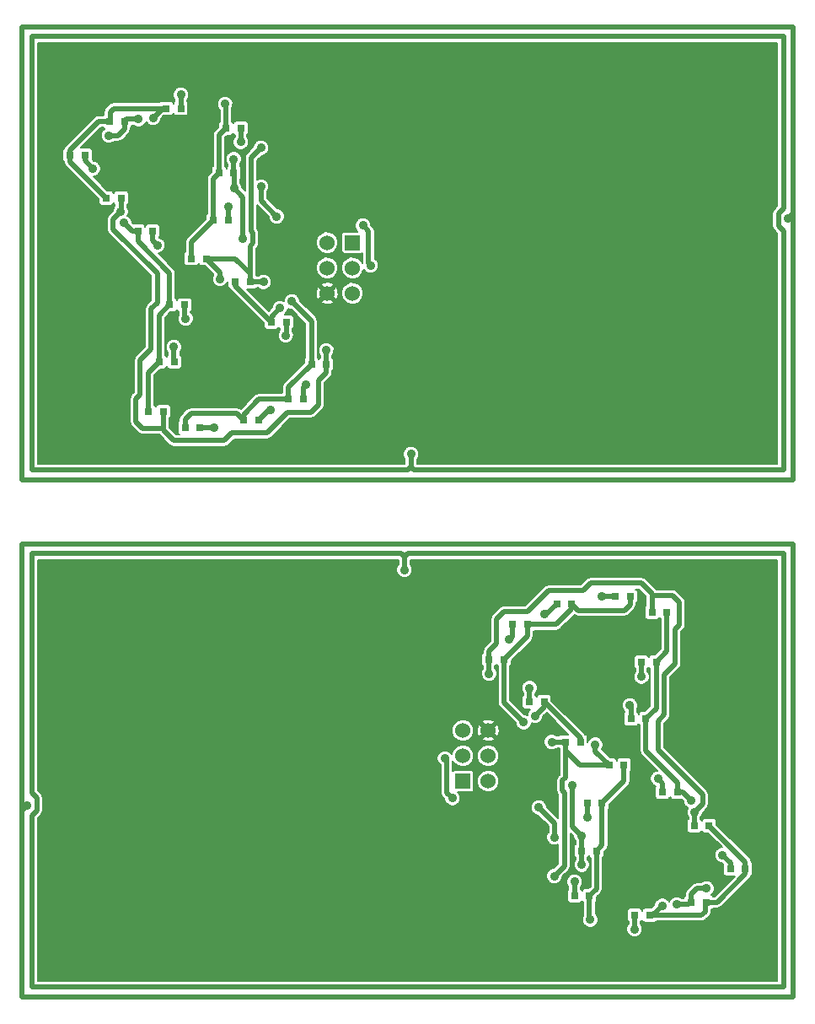
<source format=gtl>
G04 (created by PCBNEW (2013-mar-13)-testing) date Sat 12 Oct 2013 01:57:42 PM CEST*
%MOIN*%
G04 Gerber Fmt 3.4, Leading zero omitted, Abs format*
%FSLAX34Y34*%
G01*
G70*
G90*
G04 APERTURE LIST*
%ADD10C,0.005906*%
%ADD11R,0.031400X0.031400*%
%ADD12R,0.060000X0.060000*%
%ADD13C,0.060000*%
%ADD14C,0.035000*%
%ADD15C,0.020000*%
%ADD16C,0.008000*%
G04 APERTURE END LIST*
G54D10*
G54D11*
X30448Y-36633D03*
X29858Y-36633D03*
X29015Y-35039D03*
X28425Y-35039D03*
X27428Y-33377D03*
X26838Y-33377D03*
X28350Y-31988D03*
X27760Y-31988D03*
X30113Y-31165D03*
X29523Y-31165D03*
X32424Y-30877D03*
X31834Y-30877D03*
X33877Y-31507D03*
X33287Y-31507D03*
X33448Y-33476D03*
X32858Y-33476D03*
X33043Y-35720D03*
X32453Y-35720D03*
X34295Y-38622D03*
X33705Y-38622D03*
X35546Y-39944D03*
X34956Y-39944D03*
X36980Y-41637D03*
X36390Y-41637D03*
X35417Y-42968D03*
X34827Y-42968D03*
X33184Y-43484D03*
X32594Y-43484D03*
X31314Y-39053D03*
X30724Y-39053D03*
X31089Y-40928D03*
X30499Y-40928D03*
X30814Y-42703D03*
X30224Y-42703D03*
X32180Y-37551D03*
X31590Y-37551D03*
G54D12*
X25804Y-38178D03*
G54D13*
X26804Y-38178D03*
X25804Y-37178D03*
X26804Y-37178D03*
X25804Y-36178D03*
X26804Y-36178D03*
G54D12*
X21440Y-16900D03*
G54D13*
X20440Y-16900D03*
X21440Y-17900D03*
X20440Y-17900D03*
X21440Y-18900D03*
X20440Y-18900D03*
G54D11*
X15063Y-17527D03*
X15653Y-17527D03*
X16430Y-12375D03*
X17020Y-12375D03*
X16155Y-14150D03*
X16745Y-14150D03*
X15930Y-16025D03*
X16520Y-16025D03*
X14059Y-11594D03*
X14649Y-11594D03*
X11827Y-12110D03*
X12417Y-12110D03*
X10264Y-13440D03*
X10854Y-13440D03*
X11697Y-15133D03*
X12287Y-15133D03*
X12949Y-16456D03*
X13539Y-16456D03*
X14201Y-19358D03*
X14791Y-19358D03*
X13795Y-21602D03*
X14385Y-21602D03*
X13366Y-23570D03*
X13956Y-23570D03*
X14819Y-24200D03*
X15409Y-24200D03*
X17130Y-23913D03*
X17720Y-23913D03*
X18893Y-23090D03*
X19483Y-23090D03*
X19815Y-21700D03*
X20405Y-21700D03*
X18228Y-20039D03*
X18818Y-20039D03*
X16795Y-18444D03*
X17385Y-18444D03*
G54D14*
X28664Y-35598D03*
X18580Y-19480D03*
X30219Y-42153D03*
X34269Y-43053D03*
X35444Y-42418D03*
X27644Y-32578D03*
X19600Y-22500D03*
X11800Y-12660D03*
X12975Y-12025D03*
X17025Y-12925D03*
X32594Y-44028D03*
X33519Y-38078D03*
X28444Y-34503D03*
X31294Y-30878D03*
X15950Y-24200D03*
X18800Y-20575D03*
X13725Y-17000D03*
X14650Y-11050D03*
X30844Y-43653D03*
X16400Y-11425D03*
X28204Y-35858D03*
X19040Y-19220D03*
X36069Y-41103D03*
X30494Y-40328D03*
X32869Y-34053D03*
X30144Y-38328D03*
X30504Y-41478D03*
X29424Y-40398D03*
X28804Y-39218D03*
X18440Y-15860D03*
X17820Y-14680D03*
X16740Y-13600D03*
X17100Y-16750D03*
X14375Y-21025D03*
X16750Y-14750D03*
X11175Y-13975D03*
X30719Y-39603D03*
X34969Y-39403D03*
X26844Y-33928D03*
X20400Y-21150D03*
X12275Y-15675D03*
X16525Y-15475D03*
X33694Y-43103D03*
X13550Y-11975D03*
X23494Y-29828D03*
X23750Y-25250D03*
X34844Y-38953D03*
X12400Y-16125D03*
X29044Y-31578D03*
X29319Y-36628D03*
X31044Y-36738D03*
X32404Y-35178D03*
X29419Y-41928D03*
X17825Y-13150D03*
X14840Y-19900D03*
X16200Y-18340D03*
X17925Y-18450D03*
X18200Y-23500D03*
X8562Y-39133D03*
X25394Y-38853D03*
X25094Y-37278D03*
X22150Y-17800D03*
X21850Y-16225D03*
X38681Y-15944D03*
G54D15*
X30448Y-36472D02*
X30448Y-36633D01*
X29015Y-35039D02*
X30448Y-36472D01*
X28664Y-35598D02*
X29015Y-35247D01*
X29015Y-35247D02*
X29015Y-35039D01*
X18228Y-19831D02*
X18228Y-20039D01*
X18580Y-19480D02*
X18228Y-19831D01*
X18228Y-20039D02*
X16795Y-18606D01*
X16795Y-18606D02*
X16795Y-18444D01*
X30219Y-42153D02*
X30219Y-42698D01*
X30219Y-42698D02*
X30224Y-42703D01*
X34741Y-43053D02*
X34269Y-43053D01*
X34827Y-42968D02*
X34741Y-43053D01*
X35444Y-42418D02*
X35064Y-42418D01*
X35064Y-42418D02*
X34827Y-42655D01*
X34827Y-42655D02*
X34827Y-42968D01*
X27760Y-31988D02*
X27760Y-32462D01*
X27760Y-32462D02*
X27644Y-32578D01*
X19483Y-22616D02*
X19600Y-22500D01*
X19483Y-23090D02*
X19483Y-22616D01*
X12417Y-12422D02*
X12417Y-12110D01*
X12180Y-12660D02*
X12417Y-12422D01*
X11800Y-12660D02*
X12180Y-12660D01*
X12417Y-12110D02*
X12502Y-12025D01*
X12502Y-12025D02*
X12975Y-12025D01*
X17025Y-12380D02*
X17020Y-12375D01*
X17025Y-12925D02*
X17025Y-12380D01*
X32594Y-44028D02*
X32594Y-44028D01*
X33519Y-38078D02*
X33705Y-38264D01*
X33705Y-38264D02*
X33705Y-38622D01*
X32594Y-43484D02*
X32594Y-44028D01*
X28444Y-34503D02*
X28425Y-34522D01*
X28425Y-34522D02*
X28425Y-35039D01*
X31834Y-30878D02*
X31294Y-30878D01*
X31834Y-30877D02*
X31834Y-30878D01*
X15409Y-24200D02*
X15409Y-24200D01*
X15409Y-24200D02*
X15950Y-24200D01*
X18818Y-20556D02*
X18818Y-20039D01*
X18800Y-20575D02*
X18818Y-20556D01*
X14649Y-11594D02*
X14649Y-11050D01*
X13539Y-16814D02*
X13539Y-16456D01*
X13725Y-17000D02*
X13539Y-16814D01*
X14649Y-11050D02*
X14650Y-11050D01*
X30844Y-43653D02*
X30814Y-43623D01*
X30814Y-43623D02*
X30814Y-42703D01*
X32180Y-38187D02*
X31314Y-39053D01*
X32180Y-37551D02*
X32180Y-38187D01*
X31089Y-42428D02*
X30814Y-42703D01*
X31089Y-40928D02*
X31089Y-42428D01*
X31314Y-40703D02*
X31314Y-39053D01*
X31089Y-40928D02*
X31314Y-40703D01*
X16155Y-14150D02*
X15930Y-14375D01*
X15930Y-14375D02*
X15930Y-16025D01*
X16155Y-14150D02*
X16155Y-12650D01*
X16155Y-12650D02*
X16430Y-12375D01*
X15063Y-17527D02*
X15063Y-16891D01*
X15063Y-16891D02*
X15930Y-16025D01*
X16430Y-11455D02*
X16430Y-12375D01*
X16400Y-11425D02*
X16430Y-11455D01*
X32424Y-31197D02*
X32194Y-31428D01*
X32194Y-31428D02*
X30377Y-31428D01*
X30377Y-31428D02*
X30113Y-31165D01*
X32424Y-30877D02*
X32424Y-31197D01*
X30113Y-31383D02*
X29509Y-31988D01*
X29509Y-31988D02*
X28350Y-31988D01*
X30113Y-31165D02*
X30113Y-31383D01*
X28350Y-32456D02*
X27428Y-33377D01*
X28350Y-31988D02*
X28350Y-32456D01*
X27428Y-35083D02*
X28204Y-35858D01*
X27428Y-33377D02*
X27428Y-35083D01*
X19815Y-21700D02*
X19815Y-19995D01*
X19815Y-19995D02*
X19040Y-19220D01*
X18893Y-23090D02*
X18893Y-22622D01*
X18893Y-22622D02*
X19815Y-21700D01*
X17130Y-23913D02*
X17130Y-23694D01*
X17734Y-23090D02*
X18893Y-23090D01*
X17130Y-23694D02*
X17734Y-23090D01*
X14819Y-24200D02*
X14819Y-23880D01*
X16866Y-23650D02*
X17130Y-23913D01*
X15050Y-23650D02*
X16866Y-23650D01*
X14819Y-23880D02*
X15050Y-23650D01*
X36390Y-41424D02*
X36069Y-41103D01*
X30494Y-40328D02*
X30494Y-40923D01*
X30494Y-40923D02*
X30499Y-40928D01*
X36390Y-41637D02*
X36390Y-41424D01*
X32869Y-33486D02*
X32869Y-34053D01*
X30144Y-38328D02*
X30144Y-39978D01*
X30144Y-39978D02*
X30494Y-40328D01*
X32858Y-33476D02*
X32869Y-33486D01*
X30499Y-41473D02*
X30504Y-41478D01*
X29424Y-40398D02*
X29424Y-39838D01*
X29424Y-39838D02*
X28804Y-39218D01*
X30499Y-40928D02*
X30499Y-41473D01*
X16745Y-14150D02*
X16745Y-13605D01*
X17820Y-15240D02*
X18440Y-15860D01*
X17820Y-14680D02*
X17820Y-15240D01*
X16745Y-13605D02*
X16740Y-13600D01*
X14385Y-21602D02*
X14375Y-21591D01*
X17100Y-15100D02*
X16750Y-14750D01*
X17100Y-16750D02*
X17100Y-15100D01*
X14375Y-21591D02*
X14375Y-21025D01*
X10854Y-13440D02*
X10854Y-13654D01*
X16750Y-14155D02*
X16745Y-14150D01*
X16750Y-14750D02*
X16750Y-14155D01*
X10854Y-13654D02*
X11175Y-13975D01*
X30719Y-39603D02*
X30719Y-39058D01*
X30719Y-39058D02*
X30724Y-39053D01*
X34956Y-39415D02*
X34969Y-39403D01*
X34956Y-39944D02*
X34956Y-39415D01*
X33287Y-30772D02*
X32869Y-30353D01*
X32869Y-30353D02*
X30869Y-30353D01*
X30869Y-30353D02*
X30569Y-30653D01*
X30569Y-30653D02*
X29194Y-30653D01*
X29194Y-30653D02*
X28369Y-31478D01*
X28369Y-31478D02*
X27444Y-31478D01*
X27444Y-31478D02*
X27144Y-31778D01*
X27144Y-31778D02*
X27144Y-32728D01*
X27144Y-32728D02*
X26838Y-33033D01*
X26838Y-33033D02*
X26838Y-33377D01*
X33287Y-30838D02*
X33287Y-30772D01*
X33287Y-31507D02*
X33287Y-30838D01*
X26838Y-33923D02*
X26838Y-33377D01*
X26844Y-33928D02*
X26838Y-33923D01*
X33524Y-36958D02*
X35284Y-38718D01*
X33524Y-35798D02*
X33524Y-36958D01*
X33764Y-35558D02*
X33524Y-35798D01*
X33764Y-33978D02*
X33764Y-35558D01*
X34204Y-33538D02*
X33764Y-33978D01*
X34204Y-32178D02*
X34204Y-33538D01*
X34364Y-32018D02*
X34204Y-32178D01*
X34364Y-31098D02*
X34364Y-32018D01*
X34104Y-30838D02*
X34364Y-31098D01*
X33287Y-30838D02*
X34104Y-30838D01*
X35284Y-39088D02*
X35284Y-38718D01*
X34969Y-39403D02*
X35284Y-39088D01*
X12275Y-15675D02*
X11960Y-15990D01*
X11960Y-15990D02*
X11960Y-16360D01*
X13956Y-24240D02*
X13140Y-24240D01*
X13140Y-24240D02*
X12880Y-23980D01*
X12880Y-23980D02*
X12880Y-23060D01*
X12880Y-23060D02*
X13040Y-22900D01*
X13040Y-22900D02*
X13040Y-21540D01*
X13040Y-21540D02*
X13480Y-21100D01*
X13480Y-21100D02*
X13480Y-19520D01*
X13480Y-19520D02*
X13720Y-19280D01*
X13720Y-19280D02*
X13720Y-18120D01*
X13720Y-18120D02*
X11960Y-16360D01*
X20400Y-21150D02*
X20405Y-21155D01*
X20405Y-21155D02*
X20405Y-21700D01*
X13956Y-23570D02*
X13956Y-24240D01*
X13956Y-24240D02*
X13956Y-24306D01*
X20405Y-22044D02*
X20405Y-21700D01*
X20100Y-22350D02*
X20405Y-22044D01*
X20100Y-23300D02*
X20100Y-22350D01*
X19800Y-23600D02*
X20100Y-23300D01*
X18875Y-23600D02*
X19800Y-23600D01*
X18050Y-24425D02*
X18875Y-23600D01*
X16675Y-24425D02*
X18050Y-24425D01*
X16375Y-24725D02*
X16675Y-24425D01*
X14375Y-24725D02*
X16375Y-24725D01*
X13956Y-24306D02*
X14375Y-24725D01*
X12287Y-15133D02*
X12287Y-15662D01*
X12287Y-15662D02*
X12275Y-15675D01*
X16525Y-16020D02*
X16520Y-16025D01*
X16525Y-15475D02*
X16525Y-16020D01*
X35394Y-42991D02*
X35394Y-43328D01*
X35394Y-43328D02*
X35238Y-43484D01*
X35238Y-43484D02*
X33184Y-43484D01*
X35417Y-42968D02*
X35394Y-42991D01*
X36980Y-41842D02*
X35854Y-42968D01*
X35854Y-42968D02*
X35417Y-42968D01*
X36980Y-41637D02*
X36980Y-41842D01*
X36980Y-41377D02*
X36980Y-41637D01*
X35546Y-39944D02*
X36980Y-41377D01*
X33313Y-43484D02*
X33694Y-43103D01*
X33184Y-43484D02*
X33313Y-43484D01*
X14059Y-11594D02*
X13930Y-11594D01*
X13930Y-11594D02*
X13550Y-11975D01*
X11697Y-15133D02*
X10264Y-13700D01*
X10264Y-13700D02*
X10264Y-13440D01*
X10264Y-13440D02*
X10264Y-13235D01*
X11389Y-12110D02*
X11827Y-12110D01*
X10264Y-13235D02*
X11389Y-12110D01*
X11827Y-12110D02*
X11850Y-12087D01*
X12005Y-11594D02*
X14059Y-11594D01*
X11850Y-11750D02*
X12005Y-11594D01*
X11850Y-12087D02*
X11850Y-11750D01*
X23366Y-29192D02*
X23494Y-29320D01*
X8759Y-29192D02*
X8759Y-35688D01*
X8956Y-39330D02*
X8956Y-38838D01*
X8956Y-38838D02*
X8759Y-38641D01*
X8759Y-38641D02*
X8759Y-35688D01*
X8759Y-39527D02*
X8759Y-46318D01*
X38484Y-46318D02*
X38090Y-46318D01*
X38484Y-46220D02*
X38484Y-46318D01*
X38484Y-29192D02*
X26673Y-29192D01*
X23494Y-29320D02*
X23622Y-29192D01*
X23622Y-29192D02*
X26673Y-29192D01*
X23494Y-29828D02*
X23494Y-29320D01*
X38484Y-46220D02*
X38484Y-29192D01*
X8759Y-46318D02*
X38090Y-46318D01*
X8759Y-39527D02*
X8956Y-39330D01*
X8759Y-29192D02*
X23366Y-29192D01*
X38484Y-25885D02*
X23877Y-25885D01*
X38484Y-15551D02*
X38287Y-15748D01*
X38484Y-8759D02*
X9153Y-8759D01*
X8759Y-8858D02*
X8759Y-25885D01*
X23750Y-25250D02*
X23750Y-25757D01*
X23622Y-25885D02*
X20570Y-25885D01*
X23750Y-25757D02*
X23622Y-25885D01*
X8759Y-25885D02*
X20570Y-25885D01*
X8759Y-8858D02*
X8759Y-8759D01*
X8759Y-8759D02*
X9153Y-8759D01*
X38484Y-15551D02*
X38484Y-8759D01*
X38484Y-16437D02*
X38484Y-19389D01*
X38287Y-16240D02*
X38484Y-16437D01*
X38287Y-15748D02*
X38287Y-16240D01*
X38484Y-25885D02*
X38484Y-19389D01*
X23877Y-25885D02*
X23750Y-25757D01*
X33877Y-33047D02*
X33448Y-33476D01*
X33877Y-31507D02*
X33877Y-33047D01*
X33448Y-35314D02*
X33043Y-35720D01*
X33448Y-33476D02*
X33448Y-35314D01*
X33043Y-36977D02*
X34295Y-38229D01*
X34295Y-38229D02*
X34295Y-38622D01*
X33043Y-35720D02*
X33043Y-36977D01*
X34844Y-38953D02*
X34512Y-38622D01*
X34512Y-38622D02*
X34295Y-38622D01*
X12731Y-16456D02*
X12949Y-16456D01*
X12400Y-16125D02*
X12731Y-16456D01*
X14201Y-19358D02*
X14201Y-18101D01*
X12949Y-16849D02*
X12949Y-16456D01*
X14201Y-18101D02*
X12949Y-16849D01*
X13795Y-21602D02*
X13795Y-19763D01*
X13795Y-19763D02*
X14201Y-19358D01*
X13366Y-23570D02*
X13366Y-22031D01*
X13366Y-22031D02*
X13795Y-21602D01*
X30441Y-37551D02*
X29858Y-36968D01*
X29858Y-36968D02*
X29858Y-36633D01*
X31590Y-37551D02*
X30441Y-37551D01*
X29110Y-31578D02*
X29044Y-31578D01*
X29319Y-36628D02*
X29853Y-36628D01*
X29853Y-36628D02*
X29858Y-36633D01*
X29523Y-31165D02*
X29110Y-31578D01*
X29858Y-36633D02*
X29858Y-38039D01*
X31044Y-37004D02*
X31044Y-36738D01*
X32404Y-35178D02*
X32453Y-35227D01*
X32453Y-35227D02*
X32453Y-35720D01*
X31590Y-37551D02*
X31044Y-37004D01*
X29819Y-41528D02*
X29419Y-41928D01*
X29819Y-38628D02*
X29819Y-41528D01*
X29744Y-38553D02*
X29819Y-38628D01*
X29744Y-38153D02*
X29744Y-38553D01*
X29858Y-38039D02*
X29744Y-38153D01*
X17385Y-17039D02*
X17500Y-16925D01*
X17500Y-16925D02*
X17500Y-16524D01*
X17500Y-16524D02*
X17425Y-16449D01*
X17425Y-16449D02*
X17425Y-13550D01*
X17425Y-13550D02*
X17825Y-13150D01*
X15653Y-17527D02*
X16200Y-18074D01*
X14791Y-19851D02*
X14791Y-19358D01*
X14840Y-19900D02*
X14791Y-19851D01*
X16200Y-18074D02*
X16200Y-18340D01*
X17385Y-18444D02*
X17385Y-17039D01*
X17720Y-23913D02*
X18133Y-23500D01*
X17390Y-18450D02*
X17385Y-18444D01*
X17925Y-18450D02*
X17390Y-18450D01*
X18133Y-23500D02*
X18200Y-23500D01*
X15653Y-17527D02*
X16802Y-17527D01*
X17385Y-18110D02*
X17385Y-18444D01*
X16802Y-17527D02*
X17385Y-18110D01*
X8366Y-39330D02*
X8366Y-46712D01*
X8562Y-39133D02*
X8366Y-39330D01*
X38877Y-46712D02*
X8366Y-46712D01*
X38877Y-46712D02*
X38877Y-28799D01*
X8366Y-28799D02*
X38877Y-28799D01*
X8366Y-39330D02*
X8366Y-28799D01*
X25169Y-38628D02*
X25169Y-37878D01*
X25394Y-38853D02*
X25169Y-38628D01*
X25169Y-37878D02*
X25169Y-37353D01*
X25169Y-37353D02*
X25094Y-37278D01*
X22075Y-17725D02*
X22150Y-17800D01*
X22075Y-17200D02*
X22075Y-17725D01*
X21850Y-16225D02*
X22075Y-16450D01*
X22075Y-16450D02*
X22075Y-17200D01*
X38877Y-15748D02*
X38877Y-26279D01*
X38877Y-26279D02*
X8366Y-26279D01*
X8366Y-8366D02*
X8366Y-26279D01*
X8366Y-8366D02*
X38877Y-8366D01*
X38681Y-15944D02*
X38877Y-15748D01*
X38877Y-15748D02*
X38877Y-8366D01*
G54D10*
G36*
X38244Y-25645D02*
X23990Y-25645D01*
X23990Y-25455D01*
X24016Y-25428D01*
X24064Y-25312D01*
X24065Y-25187D01*
X24017Y-25071D01*
X23928Y-24983D01*
X23812Y-24935D01*
X23687Y-24934D01*
X23571Y-24982D01*
X23483Y-25071D01*
X23435Y-25187D01*
X23434Y-25312D01*
X23482Y-25428D01*
X23510Y-25455D01*
X23510Y-25645D01*
X22465Y-25645D01*
X22465Y-17737D01*
X22417Y-17621D01*
X22328Y-17533D01*
X22315Y-17527D01*
X22315Y-17200D01*
X22315Y-16450D01*
X22296Y-16358D01*
X22244Y-16280D01*
X22165Y-16200D01*
X22165Y-16162D01*
X22117Y-16046D01*
X22028Y-15958D01*
X21912Y-15910D01*
X21787Y-15909D01*
X21671Y-15957D01*
X21583Y-16046D01*
X21535Y-16162D01*
X21534Y-16287D01*
X21582Y-16403D01*
X21639Y-16460D01*
X21112Y-16460D01*
X21060Y-16481D01*
X21021Y-16520D01*
X21000Y-16572D01*
X21000Y-16627D01*
X21000Y-17227D01*
X21021Y-17279D01*
X21060Y-17318D01*
X21112Y-17340D01*
X21167Y-17340D01*
X21767Y-17340D01*
X21819Y-17318D01*
X21835Y-17302D01*
X21835Y-17703D01*
X21813Y-17651D01*
X21689Y-17527D01*
X21527Y-17460D01*
X21352Y-17459D01*
X21191Y-17526D01*
X21067Y-17650D01*
X21000Y-17812D01*
X20999Y-17987D01*
X21066Y-18148D01*
X21190Y-18272D01*
X21352Y-18339D01*
X21527Y-18340D01*
X21688Y-18273D01*
X21812Y-18149D01*
X21879Y-17987D01*
X21879Y-17971D01*
X21882Y-17978D01*
X21971Y-18066D01*
X22087Y-18114D01*
X22212Y-18115D01*
X22328Y-18067D01*
X22416Y-17978D01*
X22464Y-17862D01*
X22465Y-17737D01*
X22465Y-25645D01*
X21880Y-25645D01*
X21880Y-18812D01*
X21813Y-18651D01*
X21689Y-18527D01*
X21527Y-18460D01*
X21352Y-18459D01*
X21191Y-18526D01*
X21067Y-18650D01*
X21000Y-18812D01*
X20999Y-18987D01*
X21066Y-19148D01*
X21190Y-19272D01*
X21352Y-19339D01*
X21527Y-19340D01*
X21688Y-19273D01*
X21812Y-19149D01*
X21879Y-18987D01*
X21880Y-18812D01*
X21880Y-25645D01*
X20886Y-25645D01*
X20886Y-18945D01*
X20880Y-18879D01*
X20880Y-17812D01*
X20880Y-16812D01*
X20813Y-16651D01*
X20689Y-16527D01*
X20527Y-16460D01*
X20352Y-16459D01*
X20191Y-16526D01*
X20067Y-16650D01*
X20000Y-16812D01*
X19999Y-16987D01*
X20066Y-17148D01*
X20190Y-17272D01*
X20352Y-17339D01*
X20527Y-17340D01*
X20688Y-17273D01*
X20812Y-17149D01*
X20879Y-16987D01*
X20880Y-16812D01*
X20880Y-17812D01*
X20813Y-17651D01*
X20689Y-17527D01*
X20527Y-17460D01*
X20352Y-17459D01*
X20191Y-17526D01*
X20067Y-17650D01*
X20000Y-17812D01*
X19999Y-17987D01*
X20066Y-18148D01*
X20190Y-18272D01*
X20352Y-18339D01*
X20527Y-18340D01*
X20688Y-18273D01*
X20812Y-18149D01*
X20879Y-17987D01*
X20880Y-17812D01*
X20880Y-18879D01*
X20869Y-18771D01*
X20834Y-18687D01*
X20771Y-18653D01*
X20686Y-18737D01*
X20686Y-18568D01*
X20652Y-18505D01*
X20485Y-18453D01*
X20311Y-18470D01*
X20227Y-18505D01*
X20193Y-18568D01*
X20440Y-18815D01*
X20686Y-18568D01*
X20686Y-18737D01*
X20524Y-18900D01*
X20771Y-19146D01*
X20834Y-19112D01*
X20886Y-18945D01*
X20886Y-25645D01*
X20715Y-25645D01*
X20715Y-21087D01*
X20686Y-21019D01*
X20686Y-19231D01*
X20440Y-18984D01*
X20355Y-19069D01*
X20355Y-18900D01*
X20108Y-18653D01*
X20045Y-18687D01*
X19993Y-18854D01*
X20010Y-19028D01*
X20045Y-19112D01*
X20108Y-19146D01*
X20355Y-18900D01*
X20355Y-19069D01*
X20193Y-19231D01*
X20227Y-19294D01*
X20394Y-19346D01*
X20568Y-19329D01*
X20652Y-19294D01*
X20686Y-19231D01*
X20686Y-21019D01*
X20667Y-20971D01*
X20578Y-20883D01*
X20462Y-20835D01*
X20337Y-20834D01*
X20221Y-20882D01*
X20133Y-20971D01*
X20085Y-21087D01*
X20084Y-21212D01*
X20132Y-21328D01*
X20165Y-21360D01*
X20165Y-21428D01*
X20129Y-21464D01*
X20110Y-21511D01*
X20090Y-21464D01*
X20055Y-21428D01*
X20055Y-19995D01*
X20036Y-19903D01*
X19984Y-19825D01*
X19355Y-19195D01*
X19355Y-19157D01*
X19307Y-19041D01*
X19218Y-18953D01*
X19102Y-18905D01*
X18977Y-18904D01*
X18861Y-18952D01*
X18773Y-19041D01*
X18725Y-19157D01*
X18725Y-19199D01*
X18642Y-19165D01*
X18517Y-19164D01*
X18401Y-19212D01*
X18313Y-19301D01*
X18265Y-19417D01*
X18265Y-19455D01*
X18124Y-19595D01*
X17270Y-18741D01*
X17570Y-18741D01*
X17621Y-18720D01*
X17652Y-18690D01*
X17719Y-18690D01*
X17746Y-18716D01*
X17862Y-18764D01*
X17987Y-18765D01*
X18103Y-18717D01*
X18191Y-18628D01*
X18239Y-18512D01*
X18240Y-18387D01*
X18192Y-18271D01*
X18103Y-18183D01*
X17987Y-18135D01*
X17862Y-18134D01*
X17746Y-18182D01*
X17719Y-18210D01*
X17661Y-18210D01*
X17661Y-18208D01*
X17625Y-18172D01*
X17625Y-18110D01*
X17625Y-17138D01*
X17669Y-17094D01*
X17721Y-17016D01*
X17740Y-16925D01*
X17740Y-16524D01*
X17721Y-16433D01*
X17721Y-16433D01*
X17700Y-16401D01*
X17669Y-16355D01*
X17665Y-16350D01*
X17665Y-15424D01*
X18124Y-15884D01*
X18124Y-15922D01*
X18172Y-16038D01*
X18261Y-16126D01*
X18377Y-16174D01*
X18502Y-16175D01*
X18618Y-16127D01*
X18706Y-16038D01*
X18754Y-15922D01*
X18755Y-15797D01*
X18707Y-15681D01*
X18618Y-15593D01*
X18502Y-15545D01*
X18464Y-15545D01*
X18060Y-15140D01*
X18060Y-14885D01*
X18086Y-14858D01*
X18134Y-14742D01*
X18135Y-14617D01*
X18087Y-14501D01*
X17998Y-14413D01*
X17882Y-14365D01*
X17757Y-14364D01*
X17665Y-14403D01*
X17665Y-13649D01*
X17849Y-13465D01*
X17887Y-13465D01*
X18003Y-13417D01*
X18091Y-13328D01*
X18139Y-13212D01*
X18140Y-13087D01*
X18092Y-12971D01*
X18003Y-12883D01*
X17887Y-12835D01*
X17762Y-12834D01*
X17646Y-12882D01*
X17558Y-12971D01*
X17510Y-13087D01*
X17510Y-13125D01*
X17255Y-13380D01*
X17203Y-13458D01*
X17185Y-13550D01*
X17185Y-14845D01*
X17065Y-14725D01*
X17065Y-14687D01*
X17017Y-14571D01*
X16990Y-14544D01*
X16990Y-14416D01*
X17020Y-14386D01*
X17042Y-14334D01*
X17042Y-14279D01*
X17042Y-13965D01*
X17020Y-13913D01*
X16985Y-13878D01*
X16985Y-13800D01*
X17006Y-13778D01*
X17054Y-13662D01*
X17055Y-13537D01*
X17007Y-13421D01*
X16918Y-13333D01*
X16802Y-13285D01*
X16677Y-13284D01*
X16561Y-13332D01*
X16473Y-13421D01*
X16425Y-13537D01*
X16424Y-13662D01*
X16472Y-13778D01*
X16505Y-13810D01*
X16505Y-13878D01*
X16469Y-13913D01*
X16450Y-13960D01*
X16430Y-13913D01*
X16395Y-13878D01*
X16395Y-12749D01*
X16472Y-12672D01*
X16614Y-12672D01*
X16666Y-12650D01*
X16705Y-12611D01*
X16725Y-12564D01*
X16744Y-12611D01*
X16783Y-12650D01*
X16785Y-12651D01*
X16785Y-12719D01*
X16758Y-12746D01*
X16710Y-12862D01*
X16709Y-12987D01*
X16757Y-13103D01*
X16846Y-13191D01*
X16962Y-13239D01*
X17087Y-13240D01*
X17203Y-13192D01*
X17291Y-13103D01*
X17339Y-12987D01*
X17340Y-12862D01*
X17292Y-12746D01*
X17265Y-12719D01*
X17265Y-12641D01*
X17295Y-12611D01*
X17317Y-12559D01*
X17317Y-12504D01*
X17317Y-12190D01*
X17295Y-12138D01*
X17256Y-12099D01*
X17204Y-12078D01*
X17149Y-12078D01*
X16835Y-12078D01*
X16783Y-12099D01*
X16744Y-12138D01*
X16725Y-12185D01*
X16705Y-12138D01*
X16670Y-12103D01*
X16670Y-11596D01*
X16714Y-11487D01*
X16715Y-11362D01*
X16667Y-11246D01*
X16578Y-11158D01*
X16462Y-11110D01*
X16337Y-11109D01*
X16221Y-11157D01*
X16133Y-11246D01*
X16085Y-11362D01*
X16084Y-11487D01*
X16132Y-11603D01*
X16190Y-11660D01*
X16190Y-12103D01*
X16154Y-12138D01*
X16133Y-12190D01*
X16133Y-12245D01*
X16133Y-12332D01*
X15985Y-12480D01*
X15933Y-12558D01*
X15915Y-12650D01*
X15915Y-13878D01*
X15879Y-13913D01*
X15858Y-13965D01*
X15858Y-14020D01*
X15858Y-14107D01*
X15760Y-14205D01*
X15708Y-14283D01*
X15690Y-14375D01*
X15690Y-15753D01*
X15654Y-15788D01*
X15633Y-15840D01*
X15633Y-15895D01*
X15633Y-15982D01*
X14893Y-16722D01*
X14841Y-16799D01*
X14823Y-16891D01*
X14823Y-17255D01*
X14787Y-17291D01*
X14766Y-17342D01*
X14766Y-17398D01*
X14766Y-17712D01*
X14787Y-17763D01*
X14826Y-17803D01*
X14878Y-17824D01*
X14934Y-17824D01*
X15248Y-17824D01*
X15299Y-17803D01*
X15338Y-17763D01*
X15358Y-17717D01*
X15377Y-17763D01*
X15416Y-17803D01*
X15468Y-17824D01*
X15524Y-17824D01*
X15610Y-17824D01*
X15940Y-18154D01*
X15933Y-18161D01*
X15885Y-18277D01*
X15884Y-18402D01*
X15932Y-18518D01*
X16021Y-18606D01*
X16137Y-18654D01*
X16262Y-18655D01*
X16378Y-18607D01*
X16466Y-18518D01*
X16498Y-18442D01*
X16498Y-18629D01*
X16519Y-18681D01*
X16559Y-18720D01*
X16600Y-18737D01*
X16625Y-18776D01*
X17931Y-20081D01*
X17931Y-20224D01*
X17952Y-20275D01*
X17992Y-20315D01*
X18043Y-20336D01*
X18099Y-20336D01*
X18413Y-20336D01*
X18464Y-20315D01*
X18504Y-20275D01*
X18523Y-20229D01*
X18542Y-20275D01*
X18578Y-20311D01*
X18578Y-20350D01*
X18533Y-20396D01*
X18485Y-20512D01*
X18484Y-20637D01*
X18532Y-20753D01*
X18621Y-20841D01*
X18737Y-20889D01*
X18862Y-20890D01*
X18978Y-20842D01*
X19066Y-20753D01*
X19114Y-20637D01*
X19115Y-20512D01*
X19067Y-20396D01*
X19058Y-20388D01*
X19058Y-20311D01*
X19094Y-20275D01*
X19115Y-20224D01*
X19115Y-20168D01*
X19115Y-19854D01*
X19094Y-19803D01*
X19054Y-19763D01*
X19003Y-19742D01*
X18947Y-19742D01*
X18763Y-19742D01*
X18846Y-19658D01*
X18894Y-19542D01*
X18894Y-19500D01*
X18977Y-19534D01*
X19015Y-19534D01*
X19575Y-20094D01*
X19575Y-21428D01*
X19539Y-21464D01*
X19518Y-21515D01*
X19518Y-21571D01*
X19518Y-21658D01*
X18724Y-22452D01*
X18672Y-22530D01*
X18653Y-22622D01*
X18653Y-22818D01*
X18621Y-22850D01*
X17734Y-22850D01*
X17642Y-22868D01*
X17564Y-22920D01*
X17017Y-23467D01*
X16958Y-23428D01*
X16866Y-23410D01*
X15050Y-23410D01*
X14958Y-23428D01*
X14880Y-23480D01*
X14649Y-23711D01*
X14597Y-23788D01*
X14579Y-23880D01*
X14579Y-23928D01*
X14543Y-23964D01*
X14522Y-24015D01*
X14522Y-24071D01*
X14522Y-24385D01*
X14543Y-24437D01*
X14582Y-24476D01*
X14603Y-24485D01*
X14474Y-24485D01*
X14196Y-24207D01*
X14196Y-23842D01*
X14232Y-23807D01*
X14253Y-23755D01*
X14253Y-23700D01*
X14253Y-23386D01*
X14232Y-23334D01*
X14192Y-23295D01*
X14141Y-23273D01*
X14085Y-23273D01*
X13771Y-23273D01*
X13720Y-23295D01*
X13680Y-23334D01*
X13661Y-23381D01*
X13642Y-23334D01*
X13606Y-23298D01*
X13606Y-22130D01*
X13837Y-21899D01*
X13980Y-21899D01*
X14031Y-21878D01*
X14071Y-21838D01*
X14090Y-21792D01*
X14109Y-21838D01*
X14149Y-21878D01*
X14200Y-21899D01*
X14256Y-21899D01*
X14570Y-21899D01*
X14621Y-21878D01*
X14661Y-21838D01*
X14682Y-21787D01*
X14682Y-21731D01*
X14682Y-21417D01*
X14661Y-21366D01*
X14621Y-21326D01*
X14615Y-21323D01*
X14615Y-21230D01*
X14641Y-21203D01*
X14689Y-21087D01*
X14690Y-20962D01*
X14642Y-20846D01*
X14553Y-20758D01*
X14437Y-20710D01*
X14312Y-20709D01*
X14196Y-20757D01*
X14108Y-20846D01*
X14060Y-20962D01*
X14059Y-21087D01*
X14107Y-21203D01*
X14135Y-21230D01*
X14135Y-21340D01*
X14109Y-21366D01*
X14090Y-21412D01*
X14071Y-21366D01*
X14035Y-21330D01*
X14035Y-19863D01*
X14243Y-19655D01*
X14385Y-19655D01*
X14437Y-19633D01*
X14476Y-19594D01*
X14496Y-19547D01*
X14515Y-19594D01*
X14551Y-19630D01*
X14551Y-19774D01*
X14525Y-19837D01*
X14524Y-19962D01*
X14572Y-20078D01*
X14661Y-20166D01*
X14777Y-20214D01*
X14902Y-20215D01*
X15018Y-20167D01*
X15106Y-20078D01*
X15154Y-19962D01*
X15155Y-19837D01*
X15107Y-19721D01*
X15031Y-19645D01*
X15031Y-19630D01*
X15066Y-19594D01*
X15088Y-19543D01*
X15088Y-19487D01*
X15088Y-19173D01*
X15066Y-19121D01*
X15027Y-19082D01*
X14975Y-19061D01*
X14920Y-19061D01*
X14606Y-19061D01*
X14554Y-19082D01*
X14515Y-19121D01*
X14496Y-19168D01*
X14476Y-19121D01*
X14441Y-19086D01*
X14441Y-18101D01*
X14422Y-18009D01*
X14370Y-17931D01*
X13754Y-17315D01*
X13787Y-17315D01*
X13903Y-17267D01*
X13991Y-17178D01*
X14039Y-17062D01*
X14040Y-16937D01*
X13992Y-16821D01*
X13903Y-16733D01*
X13812Y-16695D01*
X13814Y-16692D01*
X13836Y-16641D01*
X13836Y-16585D01*
X13836Y-16271D01*
X13814Y-16220D01*
X13775Y-16181D01*
X13723Y-16159D01*
X13668Y-16159D01*
X13354Y-16159D01*
X13302Y-16181D01*
X13263Y-16220D01*
X13244Y-16267D01*
X13224Y-16220D01*
X13185Y-16181D01*
X13133Y-16159D01*
X13078Y-16159D01*
X12774Y-16159D01*
X12715Y-16100D01*
X12715Y-16062D01*
X12667Y-15946D01*
X12578Y-15858D01*
X12545Y-15844D01*
X12589Y-15737D01*
X12590Y-15612D01*
X12542Y-15496D01*
X12527Y-15481D01*
X12527Y-15405D01*
X12562Y-15370D01*
X12584Y-15318D01*
X12584Y-15263D01*
X12584Y-14949D01*
X12562Y-14897D01*
X12523Y-14858D01*
X12471Y-14836D01*
X12416Y-14836D01*
X12102Y-14836D01*
X12050Y-14858D01*
X12011Y-14897D01*
X11992Y-14944D01*
X11972Y-14897D01*
X11933Y-14858D01*
X11881Y-14836D01*
X11826Y-14836D01*
X11739Y-14836D01*
X11192Y-14290D01*
X11237Y-14290D01*
X11353Y-14242D01*
X11441Y-14153D01*
X11489Y-14037D01*
X11490Y-13912D01*
X11442Y-13796D01*
X11353Y-13708D01*
X11237Y-13660D01*
X11199Y-13660D01*
X11151Y-13611D01*
X11151Y-13570D01*
X11151Y-13256D01*
X11129Y-13204D01*
X11090Y-13165D01*
X11038Y-13143D01*
X10983Y-13143D01*
X10695Y-13143D01*
X11489Y-12350D01*
X11555Y-12350D01*
X11590Y-12385D01*
X11617Y-12397D01*
X11533Y-12481D01*
X11485Y-12597D01*
X11484Y-12722D01*
X11532Y-12838D01*
X11621Y-12926D01*
X11737Y-12974D01*
X11862Y-12975D01*
X11978Y-12927D01*
X12005Y-12900D01*
X12180Y-12900D01*
X12271Y-12881D01*
X12349Y-12829D01*
X12586Y-12592D01*
X12638Y-12514D01*
X12657Y-12422D01*
X12657Y-12382D01*
X12692Y-12346D01*
X12714Y-12295D01*
X12714Y-12265D01*
X12769Y-12265D01*
X12796Y-12291D01*
X12912Y-12339D01*
X13037Y-12340D01*
X13153Y-12292D01*
X13241Y-12203D01*
X13272Y-12129D01*
X13282Y-12153D01*
X13371Y-12241D01*
X13487Y-12289D01*
X13612Y-12290D01*
X13728Y-12242D01*
X13816Y-12153D01*
X13864Y-12037D01*
X13864Y-11999D01*
X13972Y-11891D01*
X14244Y-11891D01*
X14295Y-11870D01*
X14335Y-11830D01*
X14354Y-11784D01*
X14373Y-11830D01*
X14413Y-11870D01*
X14464Y-11891D01*
X14520Y-11891D01*
X14834Y-11891D01*
X14885Y-11870D01*
X14925Y-11830D01*
X14946Y-11779D01*
X14946Y-11723D01*
X14946Y-11409D01*
X14925Y-11358D01*
X14889Y-11322D01*
X14889Y-11256D01*
X14916Y-11228D01*
X14964Y-11112D01*
X14965Y-10987D01*
X14917Y-10871D01*
X14828Y-10783D01*
X14712Y-10735D01*
X14587Y-10734D01*
X14471Y-10782D01*
X14383Y-10871D01*
X14335Y-10987D01*
X14334Y-11112D01*
X14382Y-11228D01*
X14409Y-11254D01*
X14409Y-11322D01*
X14373Y-11358D01*
X14354Y-11404D01*
X14335Y-11358D01*
X14295Y-11318D01*
X14244Y-11297D01*
X14188Y-11297D01*
X13874Y-11297D01*
X13823Y-11318D01*
X13787Y-11354D01*
X12005Y-11354D01*
X11913Y-11372D01*
X11835Y-11424D01*
X11680Y-11580D01*
X11628Y-11658D01*
X11610Y-11750D01*
X11610Y-11826D01*
X11590Y-11834D01*
X11555Y-11870D01*
X11389Y-11870D01*
X11297Y-11888D01*
X11220Y-11940D01*
X10094Y-13066D01*
X10042Y-13144D01*
X10039Y-13160D01*
X10027Y-13165D01*
X9988Y-13204D01*
X9967Y-13256D01*
X9967Y-13311D01*
X9967Y-13625D01*
X9988Y-13677D01*
X10027Y-13715D01*
X10042Y-13792D01*
X10094Y-13870D01*
X11400Y-15176D01*
X11400Y-15318D01*
X11421Y-15370D01*
X11460Y-15409D01*
X11512Y-15430D01*
X11567Y-15430D01*
X11881Y-15430D01*
X11933Y-15409D01*
X11972Y-15370D01*
X11992Y-15323D01*
X12011Y-15370D01*
X12047Y-15405D01*
X12047Y-15457D01*
X12008Y-15496D01*
X11960Y-15612D01*
X11960Y-15650D01*
X11790Y-15820D01*
X11738Y-15898D01*
X11720Y-15990D01*
X11720Y-16360D01*
X11738Y-16451D01*
X11790Y-16529D01*
X13480Y-18219D01*
X13480Y-19180D01*
X13310Y-19350D01*
X13258Y-19428D01*
X13240Y-19520D01*
X13240Y-21000D01*
X12870Y-21370D01*
X12818Y-21448D01*
X12800Y-21540D01*
X12800Y-22800D01*
X12710Y-22890D01*
X12658Y-22968D01*
X12640Y-23060D01*
X12640Y-23980D01*
X12658Y-24071D01*
X12710Y-24149D01*
X12970Y-24409D01*
X13016Y-24440D01*
X13048Y-24461D01*
X13048Y-24461D01*
X13140Y-24480D01*
X13790Y-24480D01*
X14205Y-24894D01*
X14283Y-24946D01*
X14375Y-24965D01*
X16375Y-24965D01*
X16466Y-24946D01*
X16544Y-24894D01*
X16774Y-24665D01*
X18050Y-24665D01*
X18141Y-24646D01*
X18219Y-24594D01*
X18974Y-23840D01*
X19800Y-23840D01*
X19891Y-23821D01*
X19969Y-23769D01*
X20269Y-23469D01*
X20321Y-23391D01*
X20340Y-23300D01*
X20340Y-22449D01*
X20574Y-22214D01*
X20626Y-22136D01*
X20645Y-22044D01*
X20645Y-21972D01*
X20680Y-21937D01*
X20702Y-21885D01*
X20702Y-21829D01*
X20702Y-21515D01*
X20680Y-21464D01*
X20645Y-21428D01*
X20645Y-21350D01*
X20666Y-21328D01*
X20714Y-21212D01*
X20715Y-21087D01*
X20715Y-25645D01*
X20570Y-25645D01*
X8999Y-25645D01*
X8999Y-8999D01*
X9153Y-8999D01*
X38244Y-8999D01*
X38244Y-15451D01*
X38117Y-15578D01*
X38065Y-15656D01*
X38047Y-15748D01*
X38047Y-16240D01*
X38065Y-16332D01*
X38117Y-16409D01*
X38244Y-16536D01*
X38244Y-19389D01*
X38244Y-25645D01*
X38244Y-25645D01*
G37*
G54D16*
X38244Y-25645D02*
X23990Y-25645D01*
X23990Y-25455D01*
X24016Y-25428D01*
X24064Y-25312D01*
X24065Y-25187D01*
X24017Y-25071D01*
X23928Y-24983D01*
X23812Y-24935D01*
X23687Y-24934D01*
X23571Y-24982D01*
X23483Y-25071D01*
X23435Y-25187D01*
X23434Y-25312D01*
X23482Y-25428D01*
X23510Y-25455D01*
X23510Y-25645D01*
X22465Y-25645D01*
X22465Y-17737D01*
X22417Y-17621D01*
X22328Y-17533D01*
X22315Y-17527D01*
X22315Y-17200D01*
X22315Y-16450D01*
X22296Y-16358D01*
X22244Y-16280D01*
X22165Y-16200D01*
X22165Y-16162D01*
X22117Y-16046D01*
X22028Y-15958D01*
X21912Y-15910D01*
X21787Y-15909D01*
X21671Y-15957D01*
X21583Y-16046D01*
X21535Y-16162D01*
X21534Y-16287D01*
X21582Y-16403D01*
X21639Y-16460D01*
X21112Y-16460D01*
X21060Y-16481D01*
X21021Y-16520D01*
X21000Y-16572D01*
X21000Y-16627D01*
X21000Y-17227D01*
X21021Y-17279D01*
X21060Y-17318D01*
X21112Y-17340D01*
X21167Y-17340D01*
X21767Y-17340D01*
X21819Y-17318D01*
X21835Y-17302D01*
X21835Y-17703D01*
X21813Y-17651D01*
X21689Y-17527D01*
X21527Y-17460D01*
X21352Y-17459D01*
X21191Y-17526D01*
X21067Y-17650D01*
X21000Y-17812D01*
X20999Y-17987D01*
X21066Y-18148D01*
X21190Y-18272D01*
X21352Y-18339D01*
X21527Y-18340D01*
X21688Y-18273D01*
X21812Y-18149D01*
X21879Y-17987D01*
X21879Y-17971D01*
X21882Y-17978D01*
X21971Y-18066D01*
X22087Y-18114D01*
X22212Y-18115D01*
X22328Y-18067D01*
X22416Y-17978D01*
X22464Y-17862D01*
X22465Y-17737D01*
X22465Y-25645D01*
X21880Y-25645D01*
X21880Y-18812D01*
X21813Y-18651D01*
X21689Y-18527D01*
X21527Y-18460D01*
X21352Y-18459D01*
X21191Y-18526D01*
X21067Y-18650D01*
X21000Y-18812D01*
X20999Y-18987D01*
X21066Y-19148D01*
X21190Y-19272D01*
X21352Y-19339D01*
X21527Y-19340D01*
X21688Y-19273D01*
X21812Y-19149D01*
X21879Y-18987D01*
X21880Y-18812D01*
X21880Y-25645D01*
X20886Y-25645D01*
X20886Y-18945D01*
X20880Y-18879D01*
X20880Y-17812D01*
X20880Y-16812D01*
X20813Y-16651D01*
X20689Y-16527D01*
X20527Y-16460D01*
X20352Y-16459D01*
X20191Y-16526D01*
X20067Y-16650D01*
X20000Y-16812D01*
X19999Y-16987D01*
X20066Y-17148D01*
X20190Y-17272D01*
X20352Y-17339D01*
X20527Y-17340D01*
X20688Y-17273D01*
X20812Y-17149D01*
X20879Y-16987D01*
X20880Y-16812D01*
X20880Y-17812D01*
X20813Y-17651D01*
X20689Y-17527D01*
X20527Y-17460D01*
X20352Y-17459D01*
X20191Y-17526D01*
X20067Y-17650D01*
X20000Y-17812D01*
X19999Y-17987D01*
X20066Y-18148D01*
X20190Y-18272D01*
X20352Y-18339D01*
X20527Y-18340D01*
X20688Y-18273D01*
X20812Y-18149D01*
X20879Y-17987D01*
X20880Y-17812D01*
X20880Y-18879D01*
X20869Y-18771D01*
X20834Y-18687D01*
X20771Y-18653D01*
X20686Y-18737D01*
X20686Y-18568D01*
X20652Y-18505D01*
X20485Y-18453D01*
X20311Y-18470D01*
X20227Y-18505D01*
X20193Y-18568D01*
X20440Y-18815D01*
X20686Y-18568D01*
X20686Y-18737D01*
X20524Y-18900D01*
X20771Y-19146D01*
X20834Y-19112D01*
X20886Y-18945D01*
X20886Y-25645D01*
X20715Y-25645D01*
X20715Y-21087D01*
X20686Y-21019D01*
X20686Y-19231D01*
X20440Y-18984D01*
X20355Y-19069D01*
X20355Y-18900D01*
X20108Y-18653D01*
X20045Y-18687D01*
X19993Y-18854D01*
X20010Y-19028D01*
X20045Y-19112D01*
X20108Y-19146D01*
X20355Y-18900D01*
X20355Y-19069D01*
X20193Y-19231D01*
X20227Y-19294D01*
X20394Y-19346D01*
X20568Y-19329D01*
X20652Y-19294D01*
X20686Y-19231D01*
X20686Y-21019D01*
X20667Y-20971D01*
X20578Y-20883D01*
X20462Y-20835D01*
X20337Y-20834D01*
X20221Y-20882D01*
X20133Y-20971D01*
X20085Y-21087D01*
X20084Y-21212D01*
X20132Y-21328D01*
X20165Y-21360D01*
X20165Y-21428D01*
X20129Y-21464D01*
X20110Y-21511D01*
X20090Y-21464D01*
X20055Y-21428D01*
X20055Y-19995D01*
X20036Y-19903D01*
X19984Y-19825D01*
X19355Y-19195D01*
X19355Y-19157D01*
X19307Y-19041D01*
X19218Y-18953D01*
X19102Y-18905D01*
X18977Y-18904D01*
X18861Y-18952D01*
X18773Y-19041D01*
X18725Y-19157D01*
X18725Y-19199D01*
X18642Y-19165D01*
X18517Y-19164D01*
X18401Y-19212D01*
X18313Y-19301D01*
X18265Y-19417D01*
X18265Y-19455D01*
X18124Y-19595D01*
X17270Y-18741D01*
X17570Y-18741D01*
X17621Y-18720D01*
X17652Y-18690D01*
X17719Y-18690D01*
X17746Y-18716D01*
X17862Y-18764D01*
X17987Y-18765D01*
X18103Y-18717D01*
X18191Y-18628D01*
X18239Y-18512D01*
X18240Y-18387D01*
X18192Y-18271D01*
X18103Y-18183D01*
X17987Y-18135D01*
X17862Y-18134D01*
X17746Y-18182D01*
X17719Y-18210D01*
X17661Y-18210D01*
X17661Y-18208D01*
X17625Y-18172D01*
X17625Y-18110D01*
X17625Y-17138D01*
X17669Y-17094D01*
X17721Y-17016D01*
X17740Y-16925D01*
X17740Y-16524D01*
X17721Y-16433D01*
X17721Y-16433D01*
X17700Y-16401D01*
X17669Y-16355D01*
X17665Y-16350D01*
X17665Y-15424D01*
X18124Y-15884D01*
X18124Y-15922D01*
X18172Y-16038D01*
X18261Y-16126D01*
X18377Y-16174D01*
X18502Y-16175D01*
X18618Y-16127D01*
X18706Y-16038D01*
X18754Y-15922D01*
X18755Y-15797D01*
X18707Y-15681D01*
X18618Y-15593D01*
X18502Y-15545D01*
X18464Y-15545D01*
X18060Y-15140D01*
X18060Y-14885D01*
X18086Y-14858D01*
X18134Y-14742D01*
X18135Y-14617D01*
X18087Y-14501D01*
X17998Y-14413D01*
X17882Y-14365D01*
X17757Y-14364D01*
X17665Y-14403D01*
X17665Y-13649D01*
X17849Y-13465D01*
X17887Y-13465D01*
X18003Y-13417D01*
X18091Y-13328D01*
X18139Y-13212D01*
X18140Y-13087D01*
X18092Y-12971D01*
X18003Y-12883D01*
X17887Y-12835D01*
X17762Y-12834D01*
X17646Y-12882D01*
X17558Y-12971D01*
X17510Y-13087D01*
X17510Y-13125D01*
X17255Y-13380D01*
X17203Y-13458D01*
X17185Y-13550D01*
X17185Y-14845D01*
X17065Y-14725D01*
X17065Y-14687D01*
X17017Y-14571D01*
X16990Y-14544D01*
X16990Y-14416D01*
X17020Y-14386D01*
X17042Y-14334D01*
X17042Y-14279D01*
X17042Y-13965D01*
X17020Y-13913D01*
X16985Y-13878D01*
X16985Y-13800D01*
X17006Y-13778D01*
X17054Y-13662D01*
X17055Y-13537D01*
X17007Y-13421D01*
X16918Y-13333D01*
X16802Y-13285D01*
X16677Y-13284D01*
X16561Y-13332D01*
X16473Y-13421D01*
X16425Y-13537D01*
X16424Y-13662D01*
X16472Y-13778D01*
X16505Y-13810D01*
X16505Y-13878D01*
X16469Y-13913D01*
X16450Y-13960D01*
X16430Y-13913D01*
X16395Y-13878D01*
X16395Y-12749D01*
X16472Y-12672D01*
X16614Y-12672D01*
X16666Y-12650D01*
X16705Y-12611D01*
X16725Y-12564D01*
X16744Y-12611D01*
X16783Y-12650D01*
X16785Y-12651D01*
X16785Y-12719D01*
X16758Y-12746D01*
X16710Y-12862D01*
X16709Y-12987D01*
X16757Y-13103D01*
X16846Y-13191D01*
X16962Y-13239D01*
X17087Y-13240D01*
X17203Y-13192D01*
X17291Y-13103D01*
X17339Y-12987D01*
X17340Y-12862D01*
X17292Y-12746D01*
X17265Y-12719D01*
X17265Y-12641D01*
X17295Y-12611D01*
X17317Y-12559D01*
X17317Y-12504D01*
X17317Y-12190D01*
X17295Y-12138D01*
X17256Y-12099D01*
X17204Y-12078D01*
X17149Y-12078D01*
X16835Y-12078D01*
X16783Y-12099D01*
X16744Y-12138D01*
X16725Y-12185D01*
X16705Y-12138D01*
X16670Y-12103D01*
X16670Y-11596D01*
X16714Y-11487D01*
X16715Y-11362D01*
X16667Y-11246D01*
X16578Y-11158D01*
X16462Y-11110D01*
X16337Y-11109D01*
X16221Y-11157D01*
X16133Y-11246D01*
X16085Y-11362D01*
X16084Y-11487D01*
X16132Y-11603D01*
X16190Y-11660D01*
X16190Y-12103D01*
X16154Y-12138D01*
X16133Y-12190D01*
X16133Y-12245D01*
X16133Y-12332D01*
X15985Y-12480D01*
X15933Y-12558D01*
X15915Y-12650D01*
X15915Y-13878D01*
X15879Y-13913D01*
X15858Y-13965D01*
X15858Y-14020D01*
X15858Y-14107D01*
X15760Y-14205D01*
X15708Y-14283D01*
X15690Y-14375D01*
X15690Y-15753D01*
X15654Y-15788D01*
X15633Y-15840D01*
X15633Y-15895D01*
X15633Y-15982D01*
X14893Y-16722D01*
X14841Y-16799D01*
X14823Y-16891D01*
X14823Y-17255D01*
X14787Y-17291D01*
X14766Y-17342D01*
X14766Y-17398D01*
X14766Y-17712D01*
X14787Y-17763D01*
X14826Y-17803D01*
X14878Y-17824D01*
X14934Y-17824D01*
X15248Y-17824D01*
X15299Y-17803D01*
X15338Y-17763D01*
X15358Y-17717D01*
X15377Y-17763D01*
X15416Y-17803D01*
X15468Y-17824D01*
X15524Y-17824D01*
X15610Y-17824D01*
X15940Y-18154D01*
X15933Y-18161D01*
X15885Y-18277D01*
X15884Y-18402D01*
X15932Y-18518D01*
X16021Y-18606D01*
X16137Y-18654D01*
X16262Y-18655D01*
X16378Y-18607D01*
X16466Y-18518D01*
X16498Y-18442D01*
X16498Y-18629D01*
X16519Y-18681D01*
X16559Y-18720D01*
X16600Y-18737D01*
X16625Y-18776D01*
X17931Y-20081D01*
X17931Y-20224D01*
X17952Y-20275D01*
X17992Y-20315D01*
X18043Y-20336D01*
X18099Y-20336D01*
X18413Y-20336D01*
X18464Y-20315D01*
X18504Y-20275D01*
X18523Y-20229D01*
X18542Y-20275D01*
X18578Y-20311D01*
X18578Y-20350D01*
X18533Y-20396D01*
X18485Y-20512D01*
X18484Y-20637D01*
X18532Y-20753D01*
X18621Y-20841D01*
X18737Y-20889D01*
X18862Y-20890D01*
X18978Y-20842D01*
X19066Y-20753D01*
X19114Y-20637D01*
X19115Y-20512D01*
X19067Y-20396D01*
X19058Y-20388D01*
X19058Y-20311D01*
X19094Y-20275D01*
X19115Y-20224D01*
X19115Y-20168D01*
X19115Y-19854D01*
X19094Y-19803D01*
X19054Y-19763D01*
X19003Y-19742D01*
X18947Y-19742D01*
X18763Y-19742D01*
X18846Y-19658D01*
X18894Y-19542D01*
X18894Y-19500D01*
X18977Y-19534D01*
X19015Y-19534D01*
X19575Y-20094D01*
X19575Y-21428D01*
X19539Y-21464D01*
X19518Y-21515D01*
X19518Y-21571D01*
X19518Y-21658D01*
X18724Y-22452D01*
X18672Y-22530D01*
X18653Y-22622D01*
X18653Y-22818D01*
X18621Y-22850D01*
X17734Y-22850D01*
X17642Y-22868D01*
X17564Y-22920D01*
X17017Y-23467D01*
X16958Y-23428D01*
X16866Y-23410D01*
X15050Y-23410D01*
X14958Y-23428D01*
X14880Y-23480D01*
X14649Y-23711D01*
X14597Y-23788D01*
X14579Y-23880D01*
X14579Y-23928D01*
X14543Y-23964D01*
X14522Y-24015D01*
X14522Y-24071D01*
X14522Y-24385D01*
X14543Y-24437D01*
X14582Y-24476D01*
X14603Y-24485D01*
X14474Y-24485D01*
X14196Y-24207D01*
X14196Y-23842D01*
X14232Y-23807D01*
X14253Y-23755D01*
X14253Y-23700D01*
X14253Y-23386D01*
X14232Y-23334D01*
X14192Y-23295D01*
X14141Y-23273D01*
X14085Y-23273D01*
X13771Y-23273D01*
X13720Y-23295D01*
X13680Y-23334D01*
X13661Y-23381D01*
X13642Y-23334D01*
X13606Y-23298D01*
X13606Y-22130D01*
X13837Y-21899D01*
X13980Y-21899D01*
X14031Y-21878D01*
X14071Y-21838D01*
X14090Y-21792D01*
X14109Y-21838D01*
X14149Y-21878D01*
X14200Y-21899D01*
X14256Y-21899D01*
X14570Y-21899D01*
X14621Y-21878D01*
X14661Y-21838D01*
X14682Y-21787D01*
X14682Y-21731D01*
X14682Y-21417D01*
X14661Y-21366D01*
X14621Y-21326D01*
X14615Y-21323D01*
X14615Y-21230D01*
X14641Y-21203D01*
X14689Y-21087D01*
X14690Y-20962D01*
X14642Y-20846D01*
X14553Y-20758D01*
X14437Y-20710D01*
X14312Y-20709D01*
X14196Y-20757D01*
X14108Y-20846D01*
X14060Y-20962D01*
X14059Y-21087D01*
X14107Y-21203D01*
X14135Y-21230D01*
X14135Y-21340D01*
X14109Y-21366D01*
X14090Y-21412D01*
X14071Y-21366D01*
X14035Y-21330D01*
X14035Y-19863D01*
X14243Y-19655D01*
X14385Y-19655D01*
X14437Y-19633D01*
X14476Y-19594D01*
X14496Y-19547D01*
X14515Y-19594D01*
X14551Y-19630D01*
X14551Y-19774D01*
X14525Y-19837D01*
X14524Y-19962D01*
X14572Y-20078D01*
X14661Y-20166D01*
X14777Y-20214D01*
X14902Y-20215D01*
X15018Y-20167D01*
X15106Y-20078D01*
X15154Y-19962D01*
X15155Y-19837D01*
X15107Y-19721D01*
X15031Y-19645D01*
X15031Y-19630D01*
X15066Y-19594D01*
X15088Y-19543D01*
X15088Y-19487D01*
X15088Y-19173D01*
X15066Y-19121D01*
X15027Y-19082D01*
X14975Y-19061D01*
X14920Y-19061D01*
X14606Y-19061D01*
X14554Y-19082D01*
X14515Y-19121D01*
X14496Y-19168D01*
X14476Y-19121D01*
X14441Y-19086D01*
X14441Y-18101D01*
X14422Y-18009D01*
X14370Y-17931D01*
X13754Y-17315D01*
X13787Y-17315D01*
X13903Y-17267D01*
X13991Y-17178D01*
X14039Y-17062D01*
X14040Y-16937D01*
X13992Y-16821D01*
X13903Y-16733D01*
X13812Y-16695D01*
X13814Y-16692D01*
X13836Y-16641D01*
X13836Y-16585D01*
X13836Y-16271D01*
X13814Y-16220D01*
X13775Y-16181D01*
X13723Y-16159D01*
X13668Y-16159D01*
X13354Y-16159D01*
X13302Y-16181D01*
X13263Y-16220D01*
X13244Y-16267D01*
X13224Y-16220D01*
X13185Y-16181D01*
X13133Y-16159D01*
X13078Y-16159D01*
X12774Y-16159D01*
X12715Y-16100D01*
X12715Y-16062D01*
X12667Y-15946D01*
X12578Y-15858D01*
X12545Y-15844D01*
X12589Y-15737D01*
X12590Y-15612D01*
X12542Y-15496D01*
X12527Y-15481D01*
X12527Y-15405D01*
X12562Y-15370D01*
X12584Y-15318D01*
X12584Y-15263D01*
X12584Y-14949D01*
X12562Y-14897D01*
X12523Y-14858D01*
X12471Y-14836D01*
X12416Y-14836D01*
X12102Y-14836D01*
X12050Y-14858D01*
X12011Y-14897D01*
X11992Y-14944D01*
X11972Y-14897D01*
X11933Y-14858D01*
X11881Y-14836D01*
X11826Y-14836D01*
X11739Y-14836D01*
X11192Y-14290D01*
X11237Y-14290D01*
X11353Y-14242D01*
X11441Y-14153D01*
X11489Y-14037D01*
X11490Y-13912D01*
X11442Y-13796D01*
X11353Y-13708D01*
X11237Y-13660D01*
X11199Y-13660D01*
X11151Y-13611D01*
X11151Y-13570D01*
X11151Y-13256D01*
X11129Y-13204D01*
X11090Y-13165D01*
X11038Y-13143D01*
X10983Y-13143D01*
X10695Y-13143D01*
X11489Y-12350D01*
X11555Y-12350D01*
X11590Y-12385D01*
X11617Y-12397D01*
X11533Y-12481D01*
X11485Y-12597D01*
X11484Y-12722D01*
X11532Y-12838D01*
X11621Y-12926D01*
X11737Y-12974D01*
X11862Y-12975D01*
X11978Y-12927D01*
X12005Y-12900D01*
X12180Y-12900D01*
X12271Y-12881D01*
X12349Y-12829D01*
X12586Y-12592D01*
X12638Y-12514D01*
X12657Y-12422D01*
X12657Y-12382D01*
X12692Y-12346D01*
X12714Y-12295D01*
X12714Y-12265D01*
X12769Y-12265D01*
X12796Y-12291D01*
X12912Y-12339D01*
X13037Y-12340D01*
X13153Y-12292D01*
X13241Y-12203D01*
X13272Y-12129D01*
X13282Y-12153D01*
X13371Y-12241D01*
X13487Y-12289D01*
X13612Y-12290D01*
X13728Y-12242D01*
X13816Y-12153D01*
X13864Y-12037D01*
X13864Y-11999D01*
X13972Y-11891D01*
X14244Y-11891D01*
X14295Y-11870D01*
X14335Y-11830D01*
X14354Y-11784D01*
X14373Y-11830D01*
X14413Y-11870D01*
X14464Y-11891D01*
X14520Y-11891D01*
X14834Y-11891D01*
X14885Y-11870D01*
X14925Y-11830D01*
X14946Y-11779D01*
X14946Y-11723D01*
X14946Y-11409D01*
X14925Y-11358D01*
X14889Y-11322D01*
X14889Y-11256D01*
X14916Y-11228D01*
X14964Y-11112D01*
X14965Y-10987D01*
X14917Y-10871D01*
X14828Y-10783D01*
X14712Y-10735D01*
X14587Y-10734D01*
X14471Y-10782D01*
X14383Y-10871D01*
X14335Y-10987D01*
X14334Y-11112D01*
X14382Y-11228D01*
X14409Y-11254D01*
X14409Y-11322D01*
X14373Y-11358D01*
X14354Y-11404D01*
X14335Y-11358D01*
X14295Y-11318D01*
X14244Y-11297D01*
X14188Y-11297D01*
X13874Y-11297D01*
X13823Y-11318D01*
X13787Y-11354D01*
X12005Y-11354D01*
X11913Y-11372D01*
X11835Y-11424D01*
X11680Y-11580D01*
X11628Y-11658D01*
X11610Y-11750D01*
X11610Y-11826D01*
X11590Y-11834D01*
X11555Y-11870D01*
X11389Y-11870D01*
X11297Y-11888D01*
X11220Y-11940D01*
X10094Y-13066D01*
X10042Y-13144D01*
X10039Y-13160D01*
X10027Y-13165D01*
X9988Y-13204D01*
X9967Y-13256D01*
X9967Y-13311D01*
X9967Y-13625D01*
X9988Y-13677D01*
X10027Y-13715D01*
X10042Y-13792D01*
X10094Y-13870D01*
X11400Y-15176D01*
X11400Y-15318D01*
X11421Y-15370D01*
X11460Y-15409D01*
X11512Y-15430D01*
X11567Y-15430D01*
X11881Y-15430D01*
X11933Y-15409D01*
X11972Y-15370D01*
X11992Y-15323D01*
X12011Y-15370D01*
X12047Y-15405D01*
X12047Y-15457D01*
X12008Y-15496D01*
X11960Y-15612D01*
X11960Y-15650D01*
X11790Y-15820D01*
X11738Y-15898D01*
X11720Y-15990D01*
X11720Y-16360D01*
X11738Y-16451D01*
X11790Y-16529D01*
X13480Y-18219D01*
X13480Y-19180D01*
X13310Y-19350D01*
X13258Y-19428D01*
X13240Y-19520D01*
X13240Y-21000D01*
X12870Y-21370D01*
X12818Y-21448D01*
X12800Y-21540D01*
X12800Y-22800D01*
X12710Y-22890D01*
X12658Y-22968D01*
X12640Y-23060D01*
X12640Y-23980D01*
X12658Y-24071D01*
X12710Y-24149D01*
X12970Y-24409D01*
X13016Y-24440D01*
X13048Y-24461D01*
X13048Y-24461D01*
X13140Y-24480D01*
X13790Y-24480D01*
X14205Y-24894D01*
X14283Y-24946D01*
X14375Y-24965D01*
X16375Y-24965D01*
X16466Y-24946D01*
X16544Y-24894D01*
X16774Y-24665D01*
X18050Y-24665D01*
X18141Y-24646D01*
X18219Y-24594D01*
X18974Y-23840D01*
X19800Y-23840D01*
X19891Y-23821D01*
X19969Y-23769D01*
X20269Y-23469D01*
X20321Y-23391D01*
X20340Y-23300D01*
X20340Y-22449D01*
X20574Y-22214D01*
X20626Y-22136D01*
X20645Y-22044D01*
X20645Y-21972D01*
X20680Y-21937D01*
X20702Y-21885D01*
X20702Y-21829D01*
X20702Y-21515D01*
X20680Y-21464D01*
X20645Y-21428D01*
X20645Y-21350D01*
X20666Y-21328D01*
X20714Y-21212D01*
X20715Y-21087D01*
X20715Y-25645D01*
X20570Y-25645D01*
X8999Y-25645D01*
X8999Y-8999D01*
X9153Y-8999D01*
X38244Y-8999D01*
X38244Y-15451D01*
X38117Y-15578D01*
X38065Y-15656D01*
X38047Y-15748D01*
X38047Y-16240D01*
X38065Y-16332D01*
X38117Y-16409D01*
X38244Y-16536D01*
X38244Y-19389D01*
X38244Y-25645D01*
G54D10*
G36*
X8999Y-29432D02*
X23254Y-29432D01*
X23254Y-29623D01*
X23227Y-29650D01*
X23179Y-29765D01*
X23179Y-29891D01*
X23226Y-30006D01*
X23315Y-30095D01*
X23431Y-30143D01*
X23556Y-30143D01*
X23672Y-30095D01*
X23760Y-30007D01*
X23809Y-29891D01*
X23809Y-29766D01*
X23761Y-29650D01*
X23734Y-29623D01*
X23734Y-29432D01*
X24779Y-29432D01*
X24779Y-37341D01*
X24826Y-37456D01*
X24915Y-37545D01*
X24929Y-37551D01*
X24929Y-37878D01*
X24929Y-38628D01*
X24947Y-38720D01*
X24999Y-38798D01*
X25079Y-38878D01*
X25079Y-38916D01*
X25126Y-39031D01*
X25215Y-39120D01*
X25331Y-39168D01*
X25456Y-39168D01*
X25572Y-39120D01*
X25660Y-39032D01*
X25709Y-38916D01*
X25709Y-38791D01*
X25661Y-38675D01*
X25604Y-38618D01*
X26131Y-38618D01*
X26183Y-38597D01*
X26222Y-38558D01*
X26244Y-38506D01*
X26244Y-38450D01*
X26244Y-37850D01*
X26222Y-37799D01*
X26183Y-37760D01*
X26131Y-37738D01*
X26076Y-37738D01*
X25476Y-37738D01*
X25424Y-37760D01*
X25409Y-37775D01*
X25409Y-37374D01*
X25430Y-37427D01*
X25554Y-37551D01*
X25716Y-37618D01*
X25891Y-37618D01*
X26053Y-37551D01*
X26176Y-37428D01*
X26244Y-37266D01*
X26244Y-37091D01*
X26177Y-36929D01*
X26053Y-36805D01*
X25892Y-36738D01*
X25716Y-36738D01*
X25555Y-36805D01*
X25431Y-36929D01*
X25364Y-37090D01*
X25364Y-37107D01*
X25361Y-37100D01*
X25272Y-37011D01*
X25157Y-36963D01*
X25031Y-36963D01*
X24915Y-37011D01*
X24827Y-37100D01*
X24779Y-37215D01*
X24779Y-37341D01*
X24779Y-29432D01*
X25364Y-29432D01*
X25364Y-36265D01*
X25430Y-36427D01*
X25554Y-36551D01*
X25716Y-36618D01*
X25891Y-36618D01*
X26053Y-36551D01*
X26176Y-36428D01*
X26244Y-36266D01*
X26244Y-36091D01*
X26177Y-35929D01*
X26053Y-35805D01*
X25892Y-35738D01*
X25716Y-35738D01*
X25555Y-35805D01*
X25431Y-35929D01*
X25364Y-36090D01*
X25364Y-36265D01*
X25364Y-29432D01*
X26357Y-29432D01*
X26357Y-36133D01*
X26364Y-36198D01*
X26364Y-37265D01*
X26364Y-38265D01*
X26430Y-38427D01*
X26554Y-38551D01*
X26716Y-38618D01*
X26891Y-38618D01*
X27053Y-38551D01*
X27176Y-38428D01*
X27244Y-38266D01*
X27244Y-38091D01*
X27177Y-37929D01*
X27053Y-37805D01*
X26892Y-37738D01*
X26716Y-37738D01*
X26555Y-37805D01*
X26431Y-37929D01*
X26364Y-38090D01*
X26364Y-38265D01*
X26364Y-37265D01*
X26430Y-37427D01*
X26554Y-37551D01*
X26716Y-37618D01*
X26891Y-37618D01*
X27053Y-37551D01*
X27176Y-37428D01*
X27244Y-37266D01*
X27244Y-37091D01*
X27177Y-36929D01*
X27053Y-36805D01*
X26892Y-36738D01*
X26716Y-36738D01*
X26555Y-36805D01*
X26431Y-36929D01*
X26364Y-37090D01*
X26364Y-37265D01*
X26364Y-36198D01*
X26374Y-36307D01*
X26409Y-36391D01*
X26472Y-36425D01*
X26557Y-36340D01*
X26557Y-36510D01*
X26591Y-36573D01*
X26758Y-36625D01*
X26932Y-36608D01*
X27016Y-36573D01*
X27051Y-36510D01*
X26804Y-36263D01*
X26557Y-36510D01*
X26557Y-36340D01*
X26719Y-36178D01*
X26472Y-35931D01*
X26409Y-35965D01*
X26357Y-36133D01*
X26357Y-29432D01*
X26529Y-29432D01*
X26529Y-33991D01*
X26557Y-34059D01*
X26557Y-35846D01*
X26804Y-36093D01*
X26888Y-36009D01*
X26888Y-36178D01*
X27135Y-36425D01*
X27199Y-36391D01*
X27250Y-36224D01*
X27233Y-36049D01*
X27199Y-35965D01*
X27135Y-35931D01*
X26888Y-36178D01*
X26888Y-36009D01*
X27051Y-35846D01*
X27016Y-35783D01*
X26849Y-35732D01*
X26675Y-35749D01*
X26591Y-35783D01*
X26557Y-35846D01*
X26557Y-34059D01*
X26576Y-34106D01*
X26665Y-34195D01*
X26781Y-34243D01*
X26906Y-34243D01*
X27022Y-34195D01*
X27110Y-34107D01*
X27159Y-33991D01*
X27159Y-33866D01*
X27111Y-33750D01*
X27078Y-33718D01*
X27078Y-33649D01*
X27114Y-33614D01*
X27133Y-33567D01*
X27153Y-33614D01*
X27188Y-33649D01*
X27188Y-35083D01*
X27207Y-35175D01*
X27259Y-35253D01*
X27889Y-35883D01*
X27889Y-35921D01*
X27936Y-36036D01*
X28025Y-36125D01*
X28141Y-36173D01*
X28266Y-36173D01*
X28382Y-36125D01*
X28470Y-36037D01*
X28519Y-35921D01*
X28519Y-35879D01*
X28601Y-35913D01*
X28726Y-35913D01*
X28842Y-35865D01*
X28930Y-35777D01*
X28979Y-35661D01*
X28979Y-35623D01*
X29119Y-35482D01*
X29973Y-36336D01*
X29673Y-36336D01*
X29622Y-36358D01*
X29591Y-36388D01*
X29524Y-36388D01*
X29497Y-36361D01*
X29382Y-36313D01*
X29256Y-36313D01*
X29140Y-36361D01*
X29052Y-36450D01*
X29004Y-36565D01*
X29004Y-36691D01*
X29051Y-36806D01*
X29140Y-36895D01*
X29256Y-36943D01*
X29381Y-36943D01*
X29497Y-36895D01*
X29524Y-36868D01*
X29582Y-36868D01*
X29582Y-36870D01*
X29618Y-36905D01*
X29618Y-36968D01*
X29618Y-37939D01*
X29574Y-37984D01*
X29522Y-38061D01*
X29504Y-38153D01*
X29504Y-38553D01*
X29522Y-38645D01*
X29522Y-38645D01*
X29543Y-38676D01*
X29574Y-38723D01*
X29579Y-38728D01*
X29579Y-39654D01*
X29119Y-39194D01*
X29119Y-39156D01*
X29071Y-39040D01*
X28982Y-38951D01*
X28867Y-38903D01*
X28741Y-38903D01*
X28625Y-38951D01*
X28537Y-39040D01*
X28489Y-39155D01*
X28489Y-39281D01*
X28536Y-39396D01*
X28625Y-39485D01*
X28741Y-39533D01*
X28779Y-39533D01*
X29184Y-39938D01*
X29184Y-40193D01*
X29157Y-40220D01*
X29109Y-40335D01*
X29109Y-40461D01*
X29156Y-40576D01*
X29245Y-40665D01*
X29361Y-40713D01*
X29486Y-40713D01*
X29579Y-40675D01*
X29579Y-41429D01*
X29394Y-41613D01*
X29356Y-41613D01*
X29240Y-41661D01*
X29152Y-41750D01*
X29104Y-41865D01*
X29104Y-41991D01*
X29151Y-42106D01*
X29240Y-42195D01*
X29356Y-42243D01*
X29481Y-42243D01*
X29597Y-42195D01*
X29685Y-42107D01*
X29734Y-41991D01*
X29734Y-41953D01*
X29988Y-41698D01*
X30040Y-41620D01*
X30059Y-41528D01*
X30059Y-40233D01*
X30179Y-40353D01*
X30179Y-40391D01*
X30226Y-40506D01*
X30254Y-40534D01*
X30254Y-40661D01*
X30223Y-40692D01*
X30202Y-40743D01*
X30202Y-40799D01*
X30202Y-41113D01*
X30223Y-41165D01*
X30259Y-41200D01*
X30259Y-41278D01*
X30237Y-41300D01*
X30189Y-41415D01*
X30189Y-41541D01*
X30236Y-41656D01*
X30325Y-41745D01*
X30441Y-41793D01*
X30566Y-41793D01*
X30682Y-41745D01*
X30770Y-41657D01*
X30819Y-41541D01*
X30819Y-41416D01*
X30771Y-41300D01*
X30739Y-41268D01*
X30739Y-41200D01*
X30774Y-41165D01*
X30794Y-41118D01*
X30813Y-41165D01*
X30849Y-41200D01*
X30849Y-42329D01*
X30771Y-42406D01*
X30629Y-42406D01*
X30577Y-42428D01*
X30538Y-42467D01*
X30519Y-42514D01*
X30499Y-42467D01*
X30460Y-42428D01*
X30459Y-42427D01*
X30459Y-42359D01*
X30485Y-42332D01*
X30534Y-42216D01*
X30534Y-42091D01*
X30486Y-41975D01*
X30397Y-41886D01*
X30282Y-41838D01*
X30156Y-41838D01*
X30040Y-41886D01*
X29952Y-41975D01*
X29904Y-42090D01*
X29904Y-42216D01*
X29951Y-42331D01*
X29979Y-42359D01*
X29979Y-42436D01*
X29948Y-42467D01*
X29927Y-42518D01*
X29927Y-42574D01*
X29927Y-42888D01*
X29948Y-42940D01*
X29987Y-42979D01*
X30039Y-43000D01*
X30094Y-43000D01*
X30408Y-43000D01*
X30460Y-42979D01*
X30499Y-42940D01*
X30519Y-42893D01*
X30538Y-42940D01*
X30574Y-42975D01*
X30574Y-43482D01*
X30529Y-43590D01*
X30529Y-43716D01*
X30576Y-43831D01*
X30665Y-43920D01*
X30781Y-43968D01*
X30906Y-43968D01*
X31022Y-43920D01*
X31110Y-43832D01*
X31159Y-43716D01*
X31159Y-43591D01*
X31111Y-43475D01*
X31054Y-43418D01*
X31054Y-42975D01*
X31089Y-42940D01*
X31111Y-42888D01*
X31111Y-42832D01*
X31111Y-42746D01*
X31258Y-42598D01*
X31310Y-42520D01*
X31329Y-42428D01*
X31329Y-41200D01*
X31364Y-41165D01*
X31386Y-41113D01*
X31386Y-41057D01*
X31386Y-40971D01*
X31483Y-40873D01*
X31535Y-40795D01*
X31554Y-40703D01*
X31554Y-39325D01*
X31589Y-39290D01*
X31611Y-39238D01*
X31611Y-39182D01*
X31611Y-39096D01*
X32350Y-38356D01*
X32402Y-38278D01*
X32420Y-38187D01*
X32420Y-37823D01*
X32456Y-37787D01*
X32477Y-37736D01*
X32477Y-37680D01*
X32477Y-37366D01*
X32456Y-37314D01*
X32417Y-37275D01*
X32365Y-37254D01*
X32309Y-37254D01*
X31995Y-37254D01*
X31944Y-37275D01*
X31905Y-37314D01*
X31885Y-37361D01*
X31866Y-37314D01*
X31827Y-37275D01*
X31775Y-37254D01*
X31719Y-37254D01*
X31633Y-37254D01*
X31303Y-36924D01*
X31310Y-36917D01*
X31359Y-36801D01*
X31359Y-36676D01*
X31311Y-36560D01*
X31222Y-36471D01*
X31107Y-36423D01*
X30981Y-36423D01*
X30865Y-36471D01*
X30777Y-36560D01*
X30745Y-36636D01*
X30745Y-36449D01*
X30724Y-36397D01*
X30684Y-36358D01*
X30643Y-36341D01*
X30618Y-36302D01*
X29312Y-34996D01*
X29312Y-34854D01*
X29291Y-34803D01*
X29251Y-34763D01*
X29200Y-34742D01*
X29144Y-34742D01*
X28830Y-34742D01*
X28779Y-34763D01*
X28739Y-34803D01*
X28720Y-34849D01*
X28701Y-34803D01*
X28665Y-34767D01*
X28665Y-34727D01*
X28710Y-34682D01*
X28759Y-34566D01*
X28759Y-34441D01*
X28711Y-34325D01*
X28622Y-34236D01*
X28507Y-34188D01*
X28381Y-34188D01*
X28265Y-34236D01*
X28177Y-34325D01*
X28129Y-34440D01*
X28129Y-34566D01*
X28176Y-34681D01*
X28185Y-34690D01*
X28185Y-34767D01*
X28149Y-34803D01*
X28128Y-34854D01*
X28128Y-34910D01*
X28128Y-35224D01*
X28149Y-35275D01*
X28189Y-35315D01*
X28240Y-35336D01*
X28296Y-35336D01*
X28481Y-35336D01*
X28397Y-35420D01*
X28349Y-35535D01*
X28349Y-35577D01*
X28267Y-35543D01*
X28228Y-35543D01*
X27668Y-34984D01*
X27668Y-33649D01*
X27704Y-33614D01*
X27725Y-33562D01*
X27725Y-33507D01*
X27725Y-33420D01*
X28519Y-32626D01*
X28571Y-32548D01*
X28590Y-32456D01*
X28590Y-32260D01*
X28622Y-32228D01*
X29509Y-32228D01*
X29601Y-32209D01*
X29679Y-32157D01*
X30226Y-31610D01*
X30285Y-31650D01*
X30377Y-31668D01*
X32194Y-31668D01*
X32285Y-31650D01*
X32363Y-31598D01*
X32594Y-31367D01*
X32646Y-31289D01*
X32664Y-31197D01*
X32664Y-31149D01*
X32700Y-31114D01*
X32721Y-31062D01*
X32721Y-31007D01*
X32721Y-30693D01*
X32700Y-30641D01*
X32661Y-30602D01*
X32640Y-30593D01*
X32769Y-30593D01*
X33047Y-30871D01*
X33047Y-31235D01*
X33011Y-31271D01*
X32990Y-31323D01*
X32990Y-31378D01*
X32990Y-31692D01*
X33011Y-31744D01*
X33051Y-31783D01*
X33102Y-31804D01*
X33158Y-31804D01*
X33472Y-31804D01*
X33523Y-31783D01*
X33563Y-31744D01*
X33582Y-31697D01*
X33601Y-31744D01*
X33637Y-31779D01*
X33637Y-32947D01*
X33406Y-33179D01*
X33263Y-33179D01*
X33212Y-33200D01*
X33172Y-33240D01*
X33153Y-33286D01*
X33134Y-33240D01*
X33094Y-33200D01*
X33043Y-33179D01*
X32987Y-33179D01*
X32673Y-33179D01*
X32622Y-33200D01*
X32582Y-33240D01*
X32561Y-33291D01*
X32561Y-33347D01*
X32561Y-33661D01*
X32582Y-33712D01*
X32622Y-33752D01*
X32629Y-33754D01*
X32629Y-33848D01*
X32602Y-33875D01*
X32554Y-33990D01*
X32554Y-34116D01*
X32601Y-34231D01*
X32690Y-34320D01*
X32806Y-34368D01*
X32931Y-34368D01*
X33047Y-34320D01*
X33135Y-34232D01*
X33184Y-34116D01*
X33184Y-33991D01*
X33136Y-33875D01*
X33109Y-33848D01*
X33109Y-33737D01*
X33134Y-33712D01*
X33153Y-33666D01*
X33172Y-33712D01*
X33208Y-33748D01*
X33208Y-35215D01*
X33000Y-35423D01*
X32858Y-35423D01*
X32806Y-35444D01*
X32767Y-35484D01*
X32748Y-35530D01*
X32728Y-35484D01*
X32693Y-35448D01*
X32693Y-35304D01*
X32719Y-35241D01*
X32719Y-35116D01*
X32671Y-35000D01*
X32582Y-34911D01*
X32467Y-34863D01*
X32341Y-34863D01*
X32225Y-34911D01*
X32137Y-35000D01*
X32089Y-35115D01*
X32089Y-35241D01*
X32136Y-35356D01*
X32213Y-35433D01*
X32213Y-35448D01*
X32177Y-35484D01*
X32156Y-35535D01*
X32156Y-35591D01*
X32156Y-35905D01*
X32177Y-35956D01*
X32216Y-35996D01*
X32268Y-36017D01*
X32323Y-36017D01*
X32637Y-36017D01*
X32689Y-35996D01*
X32728Y-35956D01*
X32748Y-35910D01*
X32767Y-35956D01*
X32803Y-35992D01*
X32803Y-36977D01*
X32821Y-37069D01*
X32873Y-37147D01*
X33489Y-37763D01*
X33456Y-37763D01*
X33340Y-37811D01*
X33252Y-37900D01*
X33204Y-38015D01*
X33204Y-38141D01*
X33251Y-38256D01*
X33340Y-38345D01*
X33431Y-38383D01*
X33429Y-38385D01*
X33408Y-38437D01*
X33408Y-38492D01*
X33408Y-38806D01*
X33429Y-38858D01*
X33468Y-38897D01*
X33520Y-38919D01*
X33575Y-38919D01*
X33889Y-38919D01*
X33941Y-38897D01*
X33980Y-38858D01*
X34000Y-38811D01*
X34019Y-38858D01*
X34058Y-38897D01*
X34110Y-38919D01*
X34165Y-38919D01*
X34469Y-38919D01*
X34529Y-38978D01*
X34529Y-39016D01*
X34576Y-39131D01*
X34665Y-39220D01*
X34698Y-39234D01*
X34654Y-39340D01*
X34654Y-39466D01*
X34701Y-39581D01*
X34716Y-39597D01*
X34716Y-39672D01*
X34681Y-39708D01*
X34659Y-39760D01*
X34659Y-39815D01*
X34659Y-40129D01*
X34681Y-40181D01*
X34720Y-40220D01*
X34772Y-40241D01*
X34827Y-40241D01*
X35141Y-40241D01*
X35193Y-40220D01*
X35232Y-40181D01*
X35251Y-40134D01*
X35271Y-40181D01*
X35310Y-40220D01*
X35362Y-40241D01*
X35417Y-40241D01*
X35504Y-40241D01*
X36051Y-40788D01*
X36006Y-40788D01*
X35890Y-40836D01*
X35802Y-40925D01*
X35754Y-41040D01*
X35754Y-41166D01*
X35801Y-41281D01*
X35890Y-41370D01*
X36006Y-41418D01*
X36044Y-41418D01*
X36093Y-41467D01*
X36093Y-41508D01*
X36093Y-41822D01*
X36114Y-41874D01*
X36153Y-41913D01*
X36205Y-41934D01*
X36260Y-41934D01*
X36548Y-41934D01*
X35754Y-42728D01*
X35689Y-42728D01*
X35653Y-42692D01*
X35626Y-42681D01*
X35710Y-42597D01*
X35759Y-42481D01*
X35759Y-42356D01*
X35711Y-42240D01*
X35622Y-42151D01*
X35507Y-42103D01*
X35381Y-42103D01*
X35265Y-42151D01*
X35238Y-42178D01*
X35064Y-42178D01*
X34972Y-42197D01*
X34894Y-42249D01*
X34657Y-42486D01*
X34605Y-42563D01*
X34587Y-42655D01*
X34587Y-42696D01*
X34551Y-42732D01*
X34530Y-42783D01*
X34530Y-42813D01*
X34474Y-42813D01*
X34447Y-42786D01*
X34332Y-42738D01*
X34206Y-42738D01*
X34090Y-42786D01*
X34002Y-42875D01*
X33971Y-42949D01*
X33961Y-42925D01*
X33872Y-42836D01*
X33757Y-42788D01*
X33631Y-42788D01*
X33515Y-42836D01*
X33427Y-42925D01*
X33379Y-43040D01*
X33379Y-43079D01*
X33271Y-43187D01*
X32999Y-43187D01*
X32948Y-43208D01*
X32909Y-43247D01*
X32889Y-43294D01*
X32870Y-43247D01*
X32831Y-43208D01*
X32779Y-43187D01*
X32723Y-43187D01*
X32409Y-43187D01*
X32358Y-43208D01*
X32319Y-43247D01*
X32297Y-43299D01*
X32297Y-43355D01*
X32297Y-43669D01*
X32319Y-43720D01*
X32354Y-43756D01*
X32354Y-43822D01*
X32327Y-43850D01*
X32279Y-43965D01*
X32279Y-44091D01*
X32326Y-44206D01*
X32415Y-44295D01*
X32531Y-44343D01*
X32656Y-44343D01*
X32772Y-44295D01*
X32860Y-44207D01*
X32909Y-44091D01*
X32909Y-43966D01*
X32861Y-43850D01*
X32834Y-43823D01*
X32834Y-43756D01*
X32870Y-43720D01*
X32889Y-43673D01*
X32909Y-43720D01*
X32948Y-43759D01*
X32999Y-43781D01*
X33055Y-43781D01*
X33369Y-43781D01*
X33421Y-43759D01*
X33456Y-43724D01*
X35238Y-43724D01*
X35330Y-43705D01*
X35408Y-43653D01*
X35563Y-43498D01*
X35615Y-43420D01*
X35634Y-43328D01*
X35634Y-43252D01*
X35653Y-43244D01*
X35689Y-43208D01*
X35854Y-43208D01*
X35946Y-43190D01*
X36024Y-43138D01*
X37149Y-42012D01*
X37201Y-41934D01*
X37205Y-41918D01*
X37216Y-41913D01*
X37255Y-41874D01*
X37277Y-41822D01*
X37277Y-41766D01*
X37277Y-41452D01*
X37255Y-41401D01*
X37217Y-41362D01*
X37201Y-41286D01*
X37149Y-41208D01*
X35843Y-39902D01*
X35843Y-39760D01*
X35822Y-39708D01*
X35783Y-39669D01*
X35731Y-39647D01*
X35676Y-39647D01*
X35362Y-39647D01*
X35310Y-39669D01*
X35271Y-39708D01*
X35251Y-39755D01*
X35232Y-39708D01*
X35196Y-39672D01*
X35196Y-39621D01*
X35235Y-39582D01*
X35284Y-39466D01*
X35284Y-39428D01*
X35453Y-39258D01*
X35505Y-39180D01*
X35524Y-39088D01*
X35524Y-38718D01*
X35505Y-38626D01*
X35453Y-38549D01*
X33764Y-36859D01*
X33764Y-35898D01*
X33933Y-35728D01*
X33985Y-35650D01*
X34004Y-35558D01*
X34004Y-34078D01*
X34373Y-33708D01*
X34425Y-33630D01*
X34444Y-33538D01*
X34444Y-32278D01*
X34533Y-32188D01*
X34585Y-32110D01*
X34604Y-32018D01*
X34604Y-31098D01*
X34585Y-31006D01*
X34533Y-30929D01*
X34273Y-30669D01*
X34227Y-30637D01*
X34195Y-30617D01*
X34195Y-30617D01*
X34104Y-30598D01*
X33453Y-30598D01*
X33038Y-30184D01*
X32960Y-30132D01*
X32869Y-30113D01*
X30869Y-30113D01*
X30777Y-30132D01*
X30699Y-30184D01*
X30469Y-30413D01*
X29194Y-30413D01*
X29102Y-30432D01*
X29024Y-30484D01*
X28269Y-31238D01*
X27444Y-31238D01*
X27352Y-31257D01*
X27274Y-31309D01*
X26974Y-31609D01*
X26922Y-31686D01*
X26904Y-31778D01*
X26904Y-32629D01*
X26669Y-32864D01*
X26617Y-32942D01*
X26598Y-33033D01*
X26598Y-33105D01*
X26563Y-33141D01*
X26541Y-33193D01*
X26541Y-33248D01*
X26541Y-33562D01*
X26563Y-33614D01*
X26598Y-33649D01*
X26598Y-33728D01*
X26577Y-33750D01*
X26529Y-33865D01*
X26529Y-33991D01*
X26529Y-29432D01*
X26673Y-29432D01*
X38244Y-29432D01*
X38244Y-46078D01*
X38090Y-46078D01*
X8999Y-46078D01*
X8999Y-39626D01*
X9126Y-39500D01*
X9178Y-39422D01*
X9196Y-39330D01*
X9196Y-38838D01*
X9178Y-38746D01*
X9126Y-38668D01*
X8999Y-38542D01*
X8999Y-35688D01*
X8999Y-29432D01*
X8999Y-29432D01*
G37*
G54D16*
X8999Y-29432D02*
X23254Y-29432D01*
X23254Y-29623D01*
X23227Y-29650D01*
X23179Y-29765D01*
X23179Y-29891D01*
X23226Y-30006D01*
X23315Y-30095D01*
X23431Y-30143D01*
X23556Y-30143D01*
X23672Y-30095D01*
X23760Y-30007D01*
X23809Y-29891D01*
X23809Y-29766D01*
X23761Y-29650D01*
X23734Y-29623D01*
X23734Y-29432D01*
X24779Y-29432D01*
X24779Y-37341D01*
X24826Y-37456D01*
X24915Y-37545D01*
X24929Y-37551D01*
X24929Y-37878D01*
X24929Y-38628D01*
X24947Y-38720D01*
X24999Y-38798D01*
X25079Y-38878D01*
X25079Y-38916D01*
X25126Y-39031D01*
X25215Y-39120D01*
X25331Y-39168D01*
X25456Y-39168D01*
X25572Y-39120D01*
X25660Y-39032D01*
X25709Y-38916D01*
X25709Y-38791D01*
X25661Y-38675D01*
X25604Y-38618D01*
X26131Y-38618D01*
X26183Y-38597D01*
X26222Y-38558D01*
X26244Y-38506D01*
X26244Y-38450D01*
X26244Y-37850D01*
X26222Y-37799D01*
X26183Y-37760D01*
X26131Y-37738D01*
X26076Y-37738D01*
X25476Y-37738D01*
X25424Y-37760D01*
X25409Y-37775D01*
X25409Y-37374D01*
X25430Y-37427D01*
X25554Y-37551D01*
X25716Y-37618D01*
X25891Y-37618D01*
X26053Y-37551D01*
X26176Y-37428D01*
X26244Y-37266D01*
X26244Y-37091D01*
X26177Y-36929D01*
X26053Y-36805D01*
X25892Y-36738D01*
X25716Y-36738D01*
X25555Y-36805D01*
X25431Y-36929D01*
X25364Y-37090D01*
X25364Y-37107D01*
X25361Y-37100D01*
X25272Y-37011D01*
X25157Y-36963D01*
X25031Y-36963D01*
X24915Y-37011D01*
X24827Y-37100D01*
X24779Y-37215D01*
X24779Y-37341D01*
X24779Y-29432D01*
X25364Y-29432D01*
X25364Y-36265D01*
X25430Y-36427D01*
X25554Y-36551D01*
X25716Y-36618D01*
X25891Y-36618D01*
X26053Y-36551D01*
X26176Y-36428D01*
X26244Y-36266D01*
X26244Y-36091D01*
X26177Y-35929D01*
X26053Y-35805D01*
X25892Y-35738D01*
X25716Y-35738D01*
X25555Y-35805D01*
X25431Y-35929D01*
X25364Y-36090D01*
X25364Y-36265D01*
X25364Y-29432D01*
X26357Y-29432D01*
X26357Y-36133D01*
X26364Y-36198D01*
X26364Y-37265D01*
X26364Y-38265D01*
X26430Y-38427D01*
X26554Y-38551D01*
X26716Y-38618D01*
X26891Y-38618D01*
X27053Y-38551D01*
X27176Y-38428D01*
X27244Y-38266D01*
X27244Y-38091D01*
X27177Y-37929D01*
X27053Y-37805D01*
X26892Y-37738D01*
X26716Y-37738D01*
X26555Y-37805D01*
X26431Y-37929D01*
X26364Y-38090D01*
X26364Y-38265D01*
X26364Y-37265D01*
X26430Y-37427D01*
X26554Y-37551D01*
X26716Y-37618D01*
X26891Y-37618D01*
X27053Y-37551D01*
X27176Y-37428D01*
X27244Y-37266D01*
X27244Y-37091D01*
X27177Y-36929D01*
X27053Y-36805D01*
X26892Y-36738D01*
X26716Y-36738D01*
X26555Y-36805D01*
X26431Y-36929D01*
X26364Y-37090D01*
X26364Y-37265D01*
X26364Y-36198D01*
X26374Y-36307D01*
X26409Y-36391D01*
X26472Y-36425D01*
X26557Y-36340D01*
X26557Y-36510D01*
X26591Y-36573D01*
X26758Y-36625D01*
X26932Y-36608D01*
X27016Y-36573D01*
X27051Y-36510D01*
X26804Y-36263D01*
X26557Y-36510D01*
X26557Y-36340D01*
X26719Y-36178D01*
X26472Y-35931D01*
X26409Y-35965D01*
X26357Y-36133D01*
X26357Y-29432D01*
X26529Y-29432D01*
X26529Y-33991D01*
X26557Y-34059D01*
X26557Y-35846D01*
X26804Y-36093D01*
X26888Y-36009D01*
X26888Y-36178D01*
X27135Y-36425D01*
X27199Y-36391D01*
X27250Y-36224D01*
X27233Y-36049D01*
X27199Y-35965D01*
X27135Y-35931D01*
X26888Y-36178D01*
X26888Y-36009D01*
X27051Y-35846D01*
X27016Y-35783D01*
X26849Y-35732D01*
X26675Y-35749D01*
X26591Y-35783D01*
X26557Y-35846D01*
X26557Y-34059D01*
X26576Y-34106D01*
X26665Y-34195D01*
X26781Y-34243D01*
X26906Y-34243D01*
X27022Y-34195D01*
X27110Y-34107D01*
X27159Y-33991D01*
X27159Y-33866D01*
X27111Y-33750D01*
X27078Y-33718D01*
X27078Y-33649D01*
X27114Y-33614D01*
X27133Y-33567D01*
X27153Y-33614D01*
X27188Y-33649D01*
X27188Y-35083D01*
X27207Y-35175D01*
X27259Y-35253D01*
X27889Y-35883D01*
X27889Y-35921D01*
X27936Y-36036D01*
X28025Y-36125D01*
X28141Y-36173D01*
X28266Y-36173D01*
X28382Y-36125D01*
X28470Y-36037D01*
X28519Y-35921D01*
X28519Y-35879D01*
X28601Y-35913D01*
X28726Y-35913D01*
X28842Y-35865D01*
X28930Y-35777D01*
X28979Y-35661D01*
X28979Y-35623D01*
X29119Y-35482D01*
X29973Y-36336D01*
X29673Y-36336D01*
X29622Y-36358D01*
X29591Y-36388D01*
X29524Y-36388D01*
X29497Y-36361D01*
X29382Y-36313D01*
X29256Y-36313D01*
X29140Y-36361D01*
X29052Y-36450D01*
X29004Y-36565D01*
X29004Y-36691D01*
X29051Y-36806D01*
X29140Y-36895D01*
X29256Y-36943D01*
X29381Y-36943D01*
X29497Y-36895D01*
X29524Y-36868D01*
X29582Y-36868D01*
X29582Y-36870D01*
X29618Y-36905D01*
X29618Y-36968D01*
X29618Y-37939D01*
X29574Y-37984D01*
X29522Y-38061D01*
X29504Y-38153D01*
X29504Y-38553D01*
X29522Y-38645D01*
X29522Y-38645D01*
X29543Y-38676D01*
X29574Y-38723D01*
X29579Y-38728D01*
X29579Y-39654D01*
X29119Y-39194D01*
X29119Y-39156D01*
X29071Y-39040D01*
X28982Y-38951D01*
X28867Y-38903D01*
X28741Y-38903D01*
X28625Y-38951D01*
X28537Y-39040D01*
X28489Y-39155D01*
X28489Y-39281D01*
X28536Y-39396D01*
X28625Y-39485D01*
X28741Y-39533D01*
X28779Y-39533D01*
X29184Y-39938D01*
X29184Y-40193D01*
X29157Y-40220D01*
X29109Y-40335D01*
X29109Y-40461D01*
X29156Y-40576D01*
X29245Y-40665D01*
X29361Y-40713D01*
X29486Y-40713D01*
X29579Y-40675D01*
X29579Y-41429D01*
X29394Y-41613D01*
X29356Y-41613D01*
X29240Y-41661D01*
X29152Y-41750D01*
X29104Y-41865D01*
X29104Y-41991D01*
X29151Y-42106D01*
X29240Y-42195D01*
X29356Y-42243D01*
X29481Y-42243D01*
X29597Y-42195D01*
X29685Y-42107D01*
X29734Y-41991D01*
X29734Y-41953D01*
X29988Y-41698D01*
X30040Y-41620D01*
X30059Y-41528D01*
X30059Y-40233D01*
X30179Y-40353D01*
X30179Y-40391D01*
X30226Y-40506D01*
X30254Y-40534D01*
X30254Y-40661D01*
X30223Y-40692D01*
X30202Y-40743D01*
X30202Y-40799D01*
X30202Y-41113D01*
X30223Y-41165D01*
X30259Y-41200D01*
X30259Y-41278D01*
X30237Y-41300D01*
X30189Y-41415D01*
X30189Y-41541D01*
X30236Y-41656D01*
X30325Y-41745D01*
X30441Y-41793D01*
X30566Y-41793D01*
X30682Y-41745D01*
X30770Y-41657D01*
X30819Y-41541D01*
X30819Y-41416D01*
X30771Y-41300D01*
X30739Y-41268D01*
X30739Y-41200D01*
X30774Y-41165D01*
X30794Y-41118D01*
X30813Y-41165D01*
X30849Y-41200D01*
X30849Y-42329D01*
X30771Y-42406D01*
X30629Y-42406D01*
X30577Y-42428D01*
X30538Y-42467D01*
X30519Y-42514D01*
X30499Y-42467D01*
X30460Y-42428D01*
X30459Y-42427D01*
X30459Y-42359D01*
X30485Y-42332D01*
X30534Y-42216D01*
X30534Y-42091D01*
X30486Y-41975D01*
X30397Y-41886D01*
X30282Y-41838D01*
X30156Y-41838D01*
X30040Y-41886D01*
X29952Y-41975D01*
X29904Y-42090D01*
X29904Y-42216D01*
X29951Y-42331D01*
X29979Y-42359D01*
X29979Y-42436D01*
X29948Y-42467D01*
X29927Y-42518D01*
X29927Y-42574D01*
X29927Y-42888D01*
X29948Y-42940D01*
X29987Y-42979D01*
X30039Y-43000D01*
X30094Y-43000D01*
X30408Y-43000D01*
X30460Y-42979D01*
X30499Y-42940D01*
X30519Y-42893D01*
X30538Y-42940D01*
X30574Y-42975D01*
X30574Y-43482D01*
X30529Y-43590D01*
X30529Y-43716D01*
X30576Y-43831D01*
X30665Y-43920D01*
X30781Y-43968D01*
X30906Y-43968D01*
X31022Y-43920D01*
X31110Y-43832D01*
X31159Y-43716D01*
X31159Y-43591D01*
X31111Y-43475D01*
X31054Y-43418D01*
X31054Y-42975D01*
X31089Y-42940D01*
X31111Y-42888D01*
X31111Y-42832D01*
X31111Y-42746D01*
X31258Y-42598D01*
X31310Y-42520D01*
X31329Y-42428D01*
X31329Y-41200D01*
X31364Y-41165D01*
X31386Y-41113D01*
X31386Y-41057D01*
X31386Y-40971D01*
X31483Y-40873D01*
X31535Y-40795D01*
X31554Y-40703D01*
X31554Y-39325D01*
X31589Y-39290D01*
X31611Y-39238D01*
X31611Y-39182D01*
X31611Y-39096D01*
X32350Y-38356D01*
X32402Y-38278D01*
X32420Y-38187D01*
X32420Y-37823D01*
X32456Y-37787D01*
X32477Y-37736D01*
X32477Y-37680D01*
X32477Y-37366D01*
X32456Y-37314D01*
X32417Y-37275D01*
X32365Y-37254D01*
X32309Y-37254D01*
X31995Y-37254D01*
X31944Y-37275D01*
X31905Y-37314D01*
X31885Y-37361D01*
X31866Y-37314D01*
X31827Y-37275D01*
X31775Y-37254D01*
X31719Y-37254D01*
X31633Y-37254D01*
X31303Y-36924D01*
X31310Y-36917D01*
X31359Y-36801D01*
X31359Y-36676D01*
X31311Y-36560D01*
X31222Y-36471D01*
X31107Y-36423D01*
X30981Y-36423D01*
X30865Y-36471D01*
X30777Y-36560D01*
X30745Y-36636D01*
X30745Y-36449D01*
X30724Y-36397D01*
X30684Y-36358D01*
X30643Y-36341D01*
X30618Y-36302D01*
X29312Y-34996D01*
X29312Y-34854D01*
X29291Y-34803D01*
X29251Y-34763D01*
X29200Y-34742D01*
X29144Y-34742D01*
X28830Y-34742D01*
X28779Y-34763D01*
X28739Y-34803D01*
X28720Y-34849D01*
X28701Y-34803D01*
X28665Y-34767D01*
X28665Y-34727D01*
X28710Y-34682D01*
X28759Y-34566D01*
X28759Y-34441D01*
X28711Y-34325D01*
X28622Y-34236D01*
X28507Y-34188D01*
X28381Y-34188D01*
X28265Y-34236D01*
X28177Y-34325D01*
X28129Y-34440D01*
X28129Y-34566D01*
X28176Y-34681D01*
X28185Y-34690D01*
X28185Y-34767D01*
X28149Y-34803D01*
X28128Y-34854D01*
X28128Y-34910D01*
X28128Y-35224D01*
X28149Y-35275D01*
X28189Y-35315D01*
X28240Y-35336D01*
X28296Y-35336D01*
X28481Y-35336D01*
X28397Y-35420D01*
X28349Y-35535D01*
X28349Y-35577D01*
X28267Y-35543D01*
X28228Y-35543D01*
X27668Y-34984D01*
X27668Y-33649D01*
X27704Y-33614D01*
X27725Y-33562D01*
X27725Y-33507D01*
X27725Y-33420D01*
X28519Y-32626D01*
X28571Y-32548D01*
X28590Y-32456D01*
X28590Y-32260D01*
X28622Y-32228D01*
X29509Y-32228D01*
X29601Y-32209D01*
X29679Y-32157D01*
X30226Y-31610D01*
X30285Y-31650D01*
X30377Y-31668D01*
X32194Y-31668D01*
X32285Y-31650D01*
X32363Y-31598D01*
X32594Y-31367D01*
X32646Y-31289D01*
X32664Y-31197D01*
X32664Y-31149D01*
X32700Y-31114D01*
X32721Y-31062D01*
X32721Y-31007D01*
X32721Y-30693D01*
X32700Y-30641D01*
X32661Y-30602D01*
X32640Y-30593D01*
X32769Y-30593D01*
X33047Y-30871D01*
X33047Y-31235D01*
X33011Y-31271D01*
X32990Y-31323D01*
X32990Y-31378D01*
X32990Y-31692D01*
X33011Y-31744D01*
X33051Y-31783D01*
X33102Y-31804D01*
X33158Y-31804D01*
X33472Y-31804D01*
X33523Y-31783D01*
X33563Y-31744D01*
X33582Y-31697D01*
X33601Y-31744D01*
X33637Y-31779D01*
X33637Y-32947D01*
X33406Y-33179D01*
X33263Y-33179D01*
X33212Y-33200D01*
X33172Y-33240D01*
X33153Y-33286D01*
X33134Y-33240D01*
X33094Y-33200D01*
X33043Y-33179D01*
X32987Y-33179D01*
X32673Y-33179D01*
X32622Y-33200D01*
X32582Y-33240D01*
X32561Y-33291D01*
X32561Y-33347D01*
X32561Y-33661D01*
X32582Y-33712D01*
X32622Y-33752D01*
X32629Y-33754D01*
X32629Y-33848D01*
X32602Y-33875D01*
X32554Y-33990D01*
X32554Y-34116D01*
X32601Y-34231D01*
X32690Y-34320D01*
X32806Y-34368D01*
X32931Y-34368D01*
X33047Y-34320D01*
X33135Y-34232D01*
X33184Y-34116D01*
X33184Y-33991D01*
X33136Y-33875D01*
X33109Y-33848D01*
X33109Y-33737D01*
X33134Y-33712D01*
X33153Y-33666D01*
X33172Y-33712D01*
X33208Y-33748D01*
X33208Y-35215D01*
X33000Y-35423D01*
X32858Y-35423D01*
X32806Y-35444D01*
X32767Y-35484D01*
X32748Y-35530D01*
X32728Y-35484D01*
X32693Y-35448D01*
X32693Y-35304D01*
X32719Y-35241D01*
X32719Y-35116D01*
X32671Y-35000D01*
X32582Y-34911D01*
X32467Y-34863D01*
X32341Y-34863D01*
X32225Y-34911D01*
X32137Y-35000D01*
X32089Y-35115D01*
X32089Y-35241D01*
X32136Y-35356D01*
X32213Y-35433D01*
X32213Y-35448D01*
X32177Y-35484D01*
X32156Y-35535D01*
X32156Y-35591D01*
X32156Y-35905D01*
X32177Y-35956D01*
X32216Y-35996D01*
X32268Y-36017D01*
X32323Y-36017D01*
X32637Y-36017D01*
X32689Y-35996D01*
X32728Y-35956D01*
X32748Y-35910D01*
X32767Y-35956D01*
X32803Y-35992D01*
X32803Y-36977D01*
X32821Y-37069D01*
X32873Y-37147D01*
X33489Y-37763D01*
X33456Y-37763D01*
X33340Y-37811D01*
X33252Y-37900D01*
X33204Y-38015D01*
X33204Y-38141D01*
X33251Y-38256D01*
X33340Y-38345D01*
X33431Y-38383D01*
X33429Y-38385D01*
X33408Y-38437D01*
X33408Y-38492D01*
X33408Y-38806D01*
X33429Y-38858D01*
X33468Y-38897D01*
X33520Y-38919D01*
X33575Y-38919D01*
X33889Y-38919D01*
X33941Y-38897D01*
X33980Y-38858D01*
X34000Y-38811D01*
X34019Y-38858D01*
X34058Y-38897D01*
X34110Y-38919D01*
X34165Y-38919D01*
X34469Y-38919D01*
X34529Y-38978D01*
X34529Y-39016D01*
X34576Y-39131D01*
X34665Y-39220D01*
X34698Y-39234D01*
X34654Y-39340D01*
X34654Y-39466D01*
X34701Y-39581D01*
X34716Y-39597D01*
X34716Y-39672D01*
X34681Y-39708D01*
X34659Y-39760D01*
X34659Y-39815D01*
X34659Y-40129D01*
X34681Y-40181D01*
X34720Y-40220D01*
X34772Y-40241D01*
X34827Y-40241D01*
X35141Y-40241D01*
X35193Y-40220D01*
X35232Y-40181D01*
X35251Y-40134D01*
X35271Y-40181D01*
X35310Y-40220D01*
X35362Y-40241D01*
X35417Y-40241D01*
X35504Y-40241D01*
X36051Y-40788D01*
X36006Y-40788D01*
X35890Y-40836D01*
X35802Y-40925D01*
X35754Y-41040D01*
X35754Y-41166D01*
X35801Y-41281D01*
X35890Y-41370D01*
X36006Y-41418D01*
X36044Y-41418D01*
X36093Y-41467D01*
X36093Y-41508D01*
X36093Y-41822D01*
X36114Y-41874D01*
X36153Y-41913D01*
X36205Y-41934D01*
X36260Y-41934D01*
X36548Y-41934D01*
X35754Y-42728D01*
X35689Y-42728D01*
X35653Y-42692D01*
X35626Y-42681D01*
X35710Y-42597D01*
X35759Y-42481D01*
X35759Y-42356D01*
X35711Y-42240D01*
X35622Y-42151D01*
X35507Y-42103D01*
X35381Y-42103D01*
X35265Y-42151D01*
X35238Y-42178D01*
X35064Y-42178D01*
X34972Y-42197D01*
X34894Y-42249D01*
X34657Y-42486D01*
X34605Y-42563D01*
X34587Y-42655D01*
X34587Y-42696D01*
X34551Y-42732D01*
X34530Y-42783D01*
X34530Y-42813D01*
X34474Y-42813D01*
X34447Y-42786D01*
X34332Y-42738D01*
X34206Y-42738D01*
X34090Y-42786D01*
X34002Y-42875D01*
X33971Y-42949D01*
X33961Y-42925D01*
X33872Y-42836D01*
X33757Y-42788D01*
X33631Y-42788D01*
X33515Y-42836D01*
X33427Y-42925D01*
X33379Y-43040D01*
X33379Y-43079D01*
X33271Y-43187D01*
X32999Y-43187D01*
X32948Y-43208D01*
X32909Y-43247D01*
X32889Y-43294D01*
X32870Y-43247D01*
X32831Y-43208D01*
X32779Y-43187D01*
X32723Y-43187D01*
X32409Y-43187D01*
X32358Y-43208D01*
X32319Y-43247D01*
X32297Y-43299D01*
X32297Y-43355D01*
X32297Y-43669D01*
X32319Y-43720D01*
X32354Y-43756D01*
X32354Y-43822D01*
X32327Y-43850D01*
X32279Y-43965D01*
X32279Y-44091D01*
X32326Y-44206D01*
X32415Y-44295D01*
X32531Y-44343D01*
X32656Y-44343D01*
X32772Y-44295D01*
X32860Y-44207D01*
X32909Y-44091D01*
X32909Y-43966D01*
X32861Y-43850D01*
X32834Y-43823D01*
X32834Y-43756D01*
X32870Y-43720D01*
X32889Y-43673D01*
X32909Y-43720D01*
X32948Y-43759D01*
X32999Y-43781D01*
X33055Y-43781D01*
X33369Y-43781D01*
X33421Y-43759D01*
X33456Y-43724D01*
X35238Y-43724D01*
X35330Y-43705D01*
X35408Y-43653D01*
X35563Y-43498D01*
X35615Y-43420D01*
X35634Y-43328D01*
X35634Y-43252D01*
X35653Y-43244D01*
X35689Y-43208D01*
X35854Y-43208D01*
X35946Y-43190D01*
X36024Y-43138D01*
X37149Y-42012D01*
X37201Y-41934D01*
X37205Y-41918D01*
X37216Y-41913D01*
X37255Y-41874D01*
X37277Y-41822D01*
X37277Y-41766D01*
X37277Y-41452D01*
X37255Y-41401D01*
X37217Y-41362D01*
X37201Y-41286D01*
X37149Y-41208D01*
X35843Y-39902D01*
X35843Y-39760D01*
X35822Y-39708D01*
X35783Y-39669D01*
X35731Y-39647D01*
X35676Y-39647D01*
X35362Y-39647D01*
X35310Y-39669D01*
X35271Y-39708D01*
X35251Y-39755D01*
X35232Y-39708D01*
X35196Y-39672D01*
X35196Y-39621D01*
X35235Y-39582D01*
X35284Y-39466D01*
X35284Y-39428D01*
X35453Y-39258D01*
X35505Y-39180D01*
X35524Y-39088D01*
X35524Y-38718D01*
X35505Y-38626D01*
X35453Y-38549D01*
X33764Y-36859D01*
X33764Y-35898D01*
X33933Y-35728D01*
X33985Y-35650D01*
X34004Y-35558D01*
X34004Y-34078D01*
X34373Y-33708D01*
X34425Y-33630D01*
X34444Y-33538D01*
X34444Y-32278D01*
X34533Y-32188D01*
X34585Y-32110D01*
X34604Y-32018D01*
X34604Y-31098D01*
X34585Y-31006D01*
X34533Y-30929D01*
X34273Y-30669D01*
X34227Y-30637D01*
X34195Y-30617D01*
X34195Y-30617D01*
X34104Y-30598D01*
X33453Y-30598D01*
X33038Y-30184D01*
X32960Y-30132D01*
X32869Y-30113D01*
X30869Y-30113D01*
X30777Y-30132D01*
X30699Y-30184D01*
X30469Y-30413D01*
X29194Y-30413D01*
X29102Y-30432D01*
X29024Y-30484D01*
X28269Y-31238D01*
X27444Y-31238D01*
X27352Y-31257D01*
X27274Y-31309D01*
X26974Y-31609D01*
X26922Y-31686D01*
X26904Y-31778D01*
X26904Y-32629D01*
X26669Y-32864D01*
X26617Y-32942D01*
X26598Y-33033D01*
X26598Y-33105D01*
X26563Y-33141D01*
X26541Y-33193D01*
X26541Y-33248D01*
X26541Y-33562D01*
X26563Y-33614D01*
X26598Y-33649D01*
X26598Y-33728D01*
X26577Y-33750D01*
X26529Y-33865D01*
X26529Y-33991D01*
X26529Y-29432D01*
X26673Y-29432D01*
X38244Y-29432D01*
X38244Y-46078D01*
X38090Y-46078D01*
X8999Y-46078D01*
X8999Y-39626D01*
X9126Y-39500D01*
X9178Y-39422D01*
X9196Y-39330D01*
X9196Y-38838D01*
X9178Y-38746D01*
X9126Y-38668D01*
X8999Y-38542D01*
X8999Y-35688D01*
X8999Y-29432D01*
M02*

</source>
